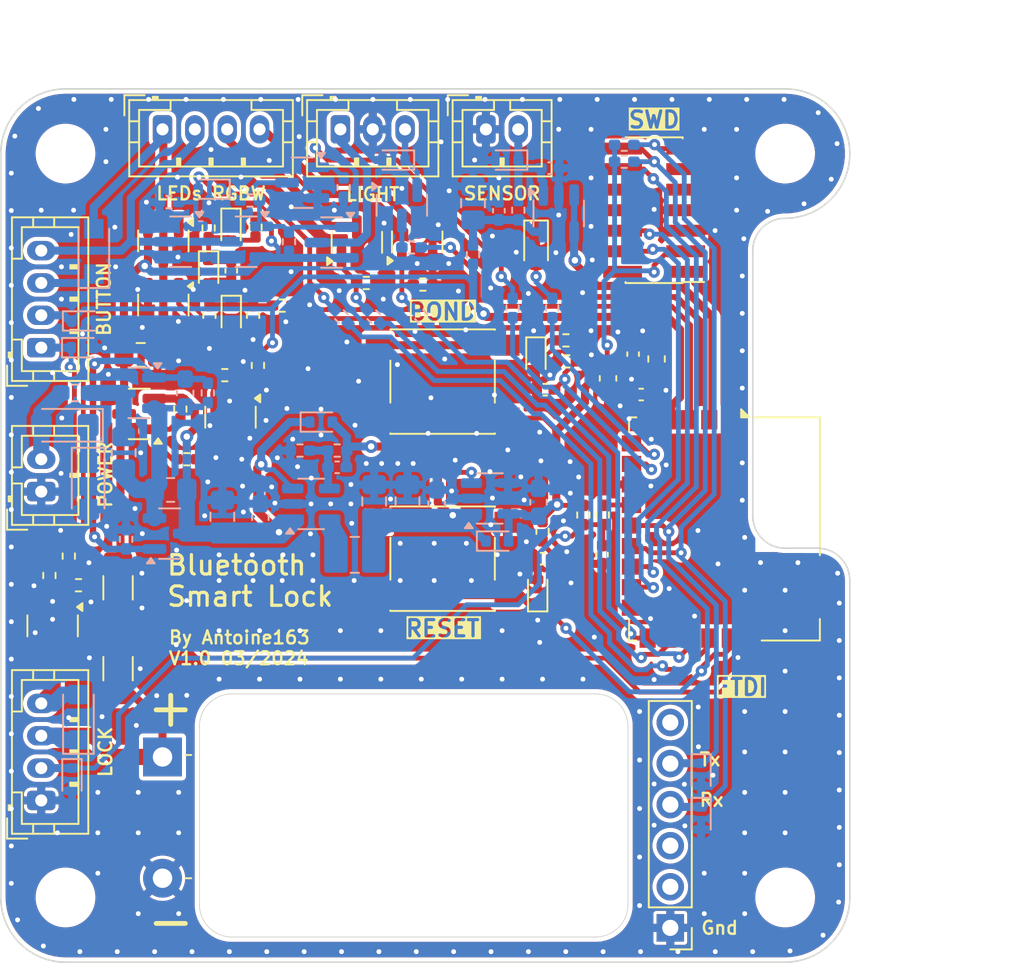
<source format=kicad_pcb>
(kicad_pcb (version 20240108) (generator "pcbnew") (generator_version "8.0")
  (title_block (title "Ble Smart Lock") (date "2024-03-30") (rev "1.0") (company "antoine163"))
  (layers (0 "F.Cu" mixed) (31 "B.Cu" mixed) (34 "B.Paste" user) (35 "F.Paste" user) (36 "B.SilkS" user "B.Silkscreen") (37 "F.SilkS" user "F.Silkscreen") (38 "B.Mask" user) (39 "F.Mask" user) (44 "Edge.Cuts" user))
  (net 0 "")
  (net 1 "GND")
  (net 2 "/Power/3V6")
  (net 3 "Net-(Q1-G)")
  (net 4 "Net-(Q1-S)")
  (net 5 "+3V3")
  (net 6 "+12V")
  (net 7 "Net-(U2-FB)")
  (net 8 "/Bluenrg/M2_~{RESET}")
  (net 9 "/Bluenrg/BOND")
  (net 10 "Net-(U3-VIN)")
  (net 11 "/InOut/POWER_IO_12V")
  (net 12 "/InOut/COIL_P")
  (net 13 "Net-(D12-A)")
  (net 14 "Net-(D17-K)")
  (net 15 "Net-(U4-V+)")
  (net 16 "Net-(D19-K)")
  (net 17 "Net-(D1-A1)")
  (net 18 "Net-(D1-A2)")
  (net 19 "Net-(D20-K)")
  (net 20 "/Bluenrg/UART_TX")
  (net 21 "/Bluenrg/UART_RX")
  (net 22 "/InOut/COIL_N")
  (net 23 "/InOut/EX_LIGHT_CMD")
  (net 24 "Net-(D12-K)")
  (net 25 "Net-(D6-K)")
  (net 26 "/Bluenrg/EN_IO")
  (net 27 "/InOut/AM_LIGHT_12V_W-")
  (net 28 "/InOut/BP_LED_P")
  (net 29 "/InOut/BP_NO")
  (net 30 "Net-(D7-A)")
  (net 31 "Net-(D13-K)")
  (net 32 "Net-(Q1-D)")
  (net 34 "/Bluenrg/M2_SWDIO")
  (net 35 "/Bluenrg/M2_SWDCLK")
  (net 45 "/InOut/AM_LIGHT_POWER")
  (net 46 "/InOut/AM_LIGHT_B_W+")
  (net 47 "/InOut/AM_LIGHT_G")
  (net 48 "/InOut/AM_LIGHT_R")
  (net 49 "Net-(U2-Lx)")
  (net 50 "Net-(Q3-G)")
  (net 51 "Net-(Q3-D)")
  (net 52 "Net-(Q4-G)")
  (net 53 "Net-(Q5-D)")
  (net 54 "Net-(Q6-G)")
  (net 55 "Net-(Q11-G)")
  (net 56 "Net-(Q12-G)")
  (net 57 "Net-(Q13-G)")
  (net 58 "Net-(Q14-G)")
  (net 59 "/Bluenrg/LED")
  (net 60 "Net-(R16-Pad2)")
  (net 61 "/Bluenrg/LIGHT_PWM")
  (net 62 "/Bluenrg/~{LOCK}")
  (net 63 "/Bluenrg/OPENED")
  (net 64 "/Bluenrg/LIGHT_BLUE")
  (net 65 "/Bluenrg/LIGHT_WHITE")
  (net 66 "/Bluenrg/LIGHT_RED")
  (net 67 "/Bluenrg/LIGHT_GREEN")
  (net 71 "/Bluenrg/BRIGHTNESS")
  (net 72 "Net-(D14-A)")
  (net 73 "Net-(D19-A)")
  (footprint "Resistor_SMD:R_1206_3216Metric_Pad1.30x1.75mm_HandSolder" (layer "F.Cu") (at 143.75 112.35 -90)
    (property "Reference" "R22" (hide yes))
    (property "Value" "100R" (hide yes))
  )
  (footprint "Resistor_SMD:R_0402_1005Metric_Pad0.72x0.64mm_HandSolder" (layer "F.Cu") (at 150.35 94.2 180)
    (property "Reference" "R15" (hide yes))
    (property "Value" "100K" (hide yes))
  )
  (footprint "Package_TO_SOT_SMD:SOT-23" (layer "F.Cu") (at 158.5175 85.9875 90)
    (property "Reference" "Q14" (hide yes))
    (property "Value" "NX7002AKA" (hide yes))
  )
  (footprint "Resistor_SMD:R_0402_1005Metric_Pad0.72x0.64mm_HandSolder" (layer "F.Cu") (at 162.6 88.6)
    (property "Reference" "R37" (hide yes))
    (property "Value" "100K" (hide yes))
  )
  (footprint "Resistor_SMD:R_0402_1005Metric_Pad0.72x0.64mm_HandSolder" (layer "F.Cu") (at 152.1 90.5 -90)
    (property "Reference" "R25" (hide yes))
    (property "Value" "100K" (hide yes))
  )
  (footprint "Connector_JST:JST_PH_B4B-PH-K_1x04_P2.00mm_Vertical" (layer "F.Cu") (at 139 92.5 90)
    (property "Reference" "J9" (hide yes))
    (property "Value" "Conn_01x04" (hide yes))
  )
  (footprint "Resistor_SMD:R_0402_1005Metric_Pad0.72x0.64mm_HandSolder" (layer "F.Cu") (at 141.304292 107.191499 180)
    (property "Reference" "R18" (hide yes))
    (property "Value" "1K" (hide yes))
  )
  (footprint "Button_Switch_SMD:SW_SPST_PTS645" (layer "F.Cu") (at 163.82 105.55 180)
    (property "Reference" "SW1" (hide yes))
    (property "Value" "SW_Push" (hide yes))
  )
  (footprint "Connector_JST:JST_PH_B3B-PH-K_1x03_P2.00mm_Vertical" (layer "F.Cu") (at 157.5 79)
    (property "Reference" "J8" (hide yes))
    (property "Value" "Conn_01x03" (hide yes))
  )
  (footprint "AM163:CP_Radial_L25.0mm_D16.0mm_P7.50mm_Horizontal_EdgeCuts" (layer "F.Cu") (at 146.5 121.5)
    (property "Reference" "C15" (hide yes))
    (property "Value" "4700uF" (hide yes))
    (fp_line (start 2.286 5.443786) (end 2.286 -5.588) (stroke (width 0.05)) (layer "Edge.Cuts"))
    (fp_line (start 4.286 -7.588) (end 26.779786 -7.588) (stroke (width 0.05)) (layer "Edge.Cuts"))
    (fp_line (start 26.779786 7.443786) (end 4.286 7.443786) (stroke (width 0.05)) (layer "Edge.Cuts"))
    (fp_line (start 28.779786 -5.588) (end 28.779786 5.443786) (stroke (width 0.05)) (layer "Edge.Cuts"))
    (fp_arc (start 2.286 -5.588) (mid 2.871786 -7.002214) (end 4.286 -7.588) (stroke (width 0.05)) (layer "Edge.Cuts"))
    (fp_arc (start 4.286 7.443786) (mid 2.871791 6.857996) (end 2.286 5.443786) (stroke (width 0.05)) (layer "Edge.Cuts"))
    (fp_arc (start 26.779786 -7.588) (mid 28.194009 -7.002219) (end 28.779786 -5.588) (stroke (width 0.05)) (layer "Edge.Cuts"))
    (fp_arc (start 28.779786 5.443786) (mid 28.193998 6.857998) (end 26.779786 7.443786) (stroke (width 0.05)) (layer "Edge.Cuts"))
  )
  (footprint "Connector_PinHeader_2.54mm:PinHeader_1x06_P2.54mm_Vertical" (layer "F.Cu") (at 177.9 128.379999 180)
    (property "Reference" "J7" (hide yes))
    (property "Value" "Conn_01x06" (hide yes))
  )
  (footprint "Resistor_SMD:R_0402_1005Metric_Pad0.72x0.64mm_HandSolder" (layer "F.Cu") (at 171.4475 92.05)
    (property "Reference" "R8" (hide yes))
    (property "Value" "1K" (hide yes))
  )
  (footprint "Resistor_SMD:R_1206_3216Metric_Pad1.30x1.75mm_HandSolder" (layer "F.Cu") (at 143.75 107.35 -90)
    (property "Reference" "R16" (hide yes))
    (property "Value" "100R" (hide yes))
  )
  (footprint "MountingHole:MountingHole_3.2mm_M3" (layer "F.Cu") (at 140.5 126.5)
    (property "Reference" "H4" (hide yes))
    (property "Value" "MountingHole" (hide yes))
  )
  (footprint "Resistor_SMD:R_0402_1005Metric_Pad0.72x0.64mm_HandSolder" (layer "F.Cu") (at 139.504292 106.588999 -90)
    (property "Reference" "R21" (hide yes))
    (property "Value" "100K" (hide yes))
  )
  (footprint "Package_TO_SOT_SMD:SOT-23" (layer "F.Cu") (at 162.25 85.9625 90)
    (property "Reference" "Q13" (hide yes))
    (property "Value" "NX7002AKA" (hide yes))
  )
  (footprint "Resistor_SMD:R_0402_1005Metric_Pad0.72x0.64mm_HandSolder" (layer "F.Cu") (at 173.72375 102.8475 -90)
    (property "Reference" "R28" (hide yes))
    (property "Value" "1K" (hide yes))
  )
  (footprint "Package_TO_SOT_SMD:SOT-23" (layer "F.Cu") (at 145.0625 96.6 180)
    (property "Reference" "Q4" (hide yes))
    (property "Value" "PMV50UPE" (hide yes))
  )
  (footprint "Resistor_SMD:R_0402_1005Metric_Pad0.72x0.64mm_HandSolder" (layer "F.Cu") (at 152.25 85.05 -90)
    (property "Reference" "R24" (hide yes))
    (property "Value" "470K" (hide yes))
  )
  (footprint "Capacitor_SMD:C_0402_1005Metric_Pad0.74x0.62mm_HandSolder" (layer "F.Cu") (at 170 105.55 180)
    (property "Reference" "C9" (hide yes))
    (property "Value" "10nF" (hide yes))
  )
  (footprint "Connector_JST:JST_PH_B2B-PH-K_1x02_P2.00mm_Vertical" (layer "F.Cu") (at 166.5 79)
    (property "Reference" "J12" (hide yes))
    (property "Value" "Conn_01x02" (hide yes))
  )
  (footprint "Inductor_SMD:L_0603_1608Metric_Pad1.05x0.95mm_HandSolder" (layer "F.Cu") (at 177.05 93.2 -90)
    (property "Reference" "L2" (hide yes))
    (property "Value" "MPZ1608" (hide yes))
  )
  (footprint "Resistor_SMD:R_0402_1005Metric_Pad0.72x0.64mm_HandSolder" (layer "F.Cu") (at 152.4 93.6 -90)
    (property "Reference" "R13" (hide yes))
    (property "Value" "1K" (hide yes))
  )
  (footprint "Resistor_SMD:R_0402_1005Metric_Pad0.72x0.64mm_HandSolder" (layer "F.Cu") (at 140.704292 105.391499 -90)
    (property "Reference" "R20" (hide yes))
    (property "Value" "10K" (hide yes))
  )
  (footprint "Capacitor_SMD:C_0402_1005Metric_Pad0.74x0.62mm_HandSolder" (layer "F.Cu") (at 176.1 95.4 180)
    (property "Reference" "C13" (hide yes))
    (property "Value" "100nF" (hide yes))
  )
  (footprint "Diode_SMD:D_SOD-523" (layer "F.Cu") (at 150.73409 85.15659 -90)
    (property "Reference" "D13" (hide yes))
    (property "Value" "RB501SM-30FH" (hide yes))
  )
  (footprint "Resistor_SMD:R_0402_1005Metric_Pad0.72x0.64mm_HandSolder" (layer "F.Cu") (at 159.1 88.5)
    (property "Reference" "R39" (hide yes))
    (property "Value" "100K" (hide yes))
  )
  (footprint "Diode_SMD:D_SOD-523" (layer "F.Cu") (at 169.59068 93.1225 -90)
    (property "Reference" "D6" (hide yes))
    (property "Value" "ESD5Z3.3T1G " (hide yes))
  )
  (footprint "Resistor_SMD:R_0402_1005Metric_Pad0.72x0.64mm_HandSolder" (layer "F.Cu") (at 171.5 93.35 180)
    (property "Reference" "R9" (hide yes))
    (property "Value" "100K" (hide yes))
  )
  (footprint "Package_TO_SOT_SMD:SOT-23" (layer "F.Cu") (at 150.7025 96.8 -90)
    (property "Reference" "Q3" (hide yes))
    (property "Value" "NX7002AKA" (hide yes))
  )
  (footprint "Resistor_SMD:R_0402_1005Metric_Pad0.72x0.64mm_HandSolder" (layer "F.Cu") (at 172.52375 102.85 90)
    (property "Reference" "R29" (hide yes))
    (property "Value" "100K" (hide yes))
  )
  (footprint "Package_TO_SOT_SMD:SOT-23" (layer "F.Cu") (at 146.55 85.9 -90)
    (property "Reference" "Q7" (hide yes))
    (property "Value" "PMV50UPE" (hide yes))
  )
  (footprint "Resistor_SMD:R_0402_1005Metric_Pad0.72x0.64mm_HandSolder" (layer "F.Cu") (at 170 103.85 -90)
    (property "Reference" "R7" (hide yes))
    (property "Value" "47K" (hide yes))
  )
  (footprint "Package_TO_SOT_SMD:SOT-23" (layer "F.Cu") (at 146.55 89.862499 -90)
    (property "Reference" "Q8" (hide yes))
    (property "Value" "NX7002AKA" (hide yes))
  )
  (footprint "MountingHole:MountingHole_3.2mm_M3" (layer "F.Cu") (at 185 126.5)
    (property "Reference" "H3" (hide yes))
    (property "Value" "MountingHole" (hide yes))
  )
  (footprint "Capacitor_SMD:C_0805_2012Metric_Pad1.18x1.45mm_HandSolder" (layer "F.Cu") (at 145.15 92.95)
    (property "Reference" "C14" (hide yes))
    (property "Value" "10uF" (hide yes))
  )
  (footprint "MountingHole:MountingHole_3.2mm_M3" (layer "F.Cu") (at 140.5 80.5)
    (property "Reference" "H1" (hide yes))
    (property "Value" "MountingHole" (hide yes))
  )
  (footprint "Package_TO_SOT_SMD:SOT-23" (layer "F.Cu") (at 139.704292 109.703999 -90)
    (property "Reference" "Q6" (hide yes))
    (property "Value" "PMV52ENEA" (hide yes))
  )
  (footprint "Capacitor_SMD:C_0402_1005Metric_Pad0.74x0.62mm_HandSolder" (layer "F.Cu") (at 150.75 87.75 -90)
    (property "Reference" "C16" (hide yes))
    (property "Value" "10nF" (hide yes))
  )
  (footprint "MountingHole:MountingHole_3.2mm_M3" (layer "F.Cu") (at 185 80.5)
    (property "Reference" "H2" (hide yes))
    (property "Value" "MountingHole" (hide yes))
  )
  (footprint "Button_Switch_SMD:SW_SPST_PTS645" (layer "F.Cu") (at 163.82 94.6 180)
    (property "Reference" "SW2" (hide yes))
    (property "Value" "SW_Push" (hide yes))
  )
  (footprint "Connector_JST:JST_PH_B2B-PH-K_1x02_P2.00mm_Vertical" (layer "F.Cu") (at 139 101.4 90)
    (property "Reference" "J1" (hide yes))
    (property "Value" "Conn_01x02" (hide yes))
  )
  (footprint "Diode_SMD:D_SOD-523" (layer "F.Cu") (at 169.7 107.55 90)
    (property "Reference" "D5" (hide yes))
    (property "Value" "ESD5Z3.3T1G " (hide yes))
  )
  (footprint "Capacitor_SMD:C_0603_1608Metric_Pad1.08x0.95mm_HandSolder" (layer "F.Cu") (at 174.05 94.4 -90)
    (property "Reference" "C11" (hide yes))
    (property "Value" "2.2uF" (hide yes))
  )
  (footprint "Connector_JST:JST_PH_B4B-PH-K_1x04_P2.00mm_Vertical" (layer "F.Cu") (at 146.5 79)
    (property "Reference" "J11" (hide yes))
    (property "Value" "Conn_01x04" (hide yes))
  )
  (footprint "Connector_JST:JST_PH_B4B-PH-K_1x04_P2.00mm_Vertical" (layer "F.Cu") (at 139 120.5 90)
    (property "Reference" "J10" (hide yes))
    (property "Value" "Conn_01x04" (hide yes))
  )
  (footprint "LED_SMD:LED_0603_1608Metric_Pad1.05x0.95mm_HandSolder" (layer "F.Cu") (at 169.6 86.3 -90)
    (property "Reference" "D7" (hide yes))
    (property "Value" "LED" (hide yes))
  )
  (footprint "Diode_SMD:D_SOD-523" (layer "F.Cu") (at 149.35 87.8 -90)
    (property "Reference" "D12" (hide yes))
    (property "Value" "EDZVT2R9.1B" (hide yes))
  )
  (footprint "Connector_PinHeader_1.27mm:PinHeader_2x07_P1.27mm_Vertical_SMD" (layer "F.Cu") (at 176.9 84 180)
    (property "Reference" "J6" (hide yes))
    (property "Value" "Conn_ST_STDC14" (hide yes))
  )
  (footprint "Resistor_SMD:R_0402_1005Metric_Pad0.72x0.64mm_HandSolder" (layer "F.Cu") (at 147.9975 99.4)
    (property "Reference" "R19" (hide yes))
    (property "Value" "100K" (hide yes))
  )
  (footprint "Capacitor_SMD:C_0402_1005Metric_Pad0.74x0.62mm_HandSolder" (layer "F.Cu") (at 175.6 92.9 -90)
    (property "Reference" "C12" (hide yes))
    (property "Value" "100nF" (hide yes))
  )
  (footprint "Capacitor_SMD:C_0402_1005Metric_Pad0.74x0.62mm_HandSolder" (layer "F.Cu") (at 173.67375 105.3 -90)
    (property "Reference" "C17" (hide yes))
    (property "Value" "100nF" (hide yes))
  )
  (footprint "Resistor_SMD:R_0402_1005Metric_Pad0.72x0.64mm_HandSolder" (layer "F.Cu") (at 147.6 96.2975 -90)
    (property "Reference" "R14" (hide yes))
    (property "Value" "100K" (hide yes))
  )
  (footprint "Resistor_SMD:R_0402_1005Metric_Pad0.72x0.64mm_HandSolder" (layer "F.Cu") (at 153.9 89.9 180)
    (property "Reference" "R23" (hide yes))
    (property "Value" "1K" (hide yes))
  )
  (footprint "Resistor_SMD:R_0402_1005Metric_Pad0.72x0.64mm_HandSolder" (layer "F.Cu") (at 149.4 90.5 -90)
    (property "Reference" "R27" (hide yes))
    (property "Value" "470K" (hide yes))
  )
  (footprint "Diode_SMD:D_SOD-523" (layer "F.Cu") (at 150.75 90.55 -90)
    (property "Reference" "D14" (hide yes))
    (property "Value" "RB501SM-30FH" (hide yes))
  )
  (footprint "Resistor_SMD:R_0402_1005Metric_Pad0.72x0.64mm_HandSolder" (layer "F.Cu") (at 149.35 85.1 90)
    (property "Reference" "R26" (hide yes))
    (property "Value" "0R" (hide yes))
  )
  (footprint "AM163:BLUENRG-M2SA" (layer "F.Cu") (at 180.31 108.58 -90)
    (property "Reference" "U3" (hide yes))
    (property "Value" "BLUENRG-M2SA" (hide yes))
  )
  (footprint "Capacitor_SMD:C_0402_1005Metric_Pad0.74x0.62mm_HandSolder" (layer "F.Cu") (at 170.1675 95.1 180)
    (property "Reference" "C10" (hide yes))
    (property "Value" "100nF" (hide yes))
  )
  (footprint "Resistor_SMD:R_0805_2012Metric_Pad1.20x1.40mm_HandSolder" (layer "B.Cu") (at 144.1 99 -90)
    (property "Reference" "R1" (hide yes))
    (property "Value" "0R" (hide yes))
  )
  (footprint "Diode_SMD:D_SOD-523" (layer "B.Cu") (at 156.3 97.1)
    (property "Reference" "D4" (hide yes))
    (property "Value" "RB501SM-30FH" (hide yes))
  )
  (footprint "Diode_SMD:D_SMF" (layer "B.Cu") (at 140.45 97.3 180)
    (property "Reference" "D1" (hide yes))
    (property "Value" "SMF12A" (hide yes))
  )
  (footprint "Package_TO_SOT_SMD:SOT-23" (layer "B.Cu") (at 155.137501 82.3 180)
    (property "Reference" "Q12" (hide yes))
    (property "Value" "NX7002AKA" (hide yes))
  )
  (footprint "Capacitor_SMD:C_0402_1005Metric_Pad0.74x0.62mm_HandSolder" (layer "B.Cu") (at 157.3 99.9 180)
    (property "Reference" "C6" (hide yes))
    (property "Value" "15pF" (hide yes))
  )
  (footprint "Diode_SMD:D_SOD-523" (layer "B.Cu") (at 167.8 80.9 180)
    (property "Reference" "D20" (hide yes))
    (property "Value" "ESD5Z3.3T1G " (hide yes))
  )
  (footprint "Capacitor_SMD:C_0805_2012Metric_Pad1.18x1.45mm_HandSolder" (layer "B.Cu") (at 159.587498 102.0125 90)
    (property "Reference" "C7" (hide yes))
    (property "Value" "10uF" (hide yes))
  )
  (footprint "Resistor_SMD:R_0402_1005Metric_Pad0.72x0.64mm_HandSolder" (layer "B.Cu") (at 157.555008 90.577504 135)
    (property "Reference" "R33" (hide yes))
    (property "Value" "1K" (hide yes))
  )
  (footprint "Diode_SMD:D_SOD-523" (layer "B.Cu") (at 179.8 118.9 -90)
    (property "Reference" "D8" (hide yes))
    (property "Value" "ESD5Z3.3T1G " (hide yes))
  )
  (footprint "Capacitor_SMD:C_0603_1608Metric_Pad1.08x0.95mm_HandSolder" (layer "B.Cu") (at 169.75 102.0625 90)
    (property "Reference" "C3" (hide yes))
    (property "Value" "1uF" (hide yes))
  )
  (footprint "Resistor_SMD:R_0805_2012Metric_Pad1.20x1.40mm_HandSolder" (layer "B.Cu") (at 147 101.3)
    (property "Reference" "R4" (hide yes))
    (property "Value" "0R" (hide yes))
  )
  (footprint "Package_TO_SOT_SMD:SOT-23" (layer "B.Cu") (at 145.0375 95.3 180)
    (property "Reference" "Q1" (hide yes))
    (property "Value" "PMV50UPE" (hide yes))
  )
  (footprint "Resistor_SMD:R_0402_1005Metric_Pad0.72x0.64mm_HandSolder" (layer "B.Cu") (at 168.5 84.0025 90)
    (property "Reference" "R41" (hide yes))
    (property "Value" "160K" (hide yes))
  )
  (footprint "Diode_SMD:D_SOD-523" (layer "B.Cu") (at 141.6 90.85)
    (property "Reference" "D15" (hide yes))
    (property "Value" "ESD5Z3.3T1G " (hide yes))
  )
  (footprint "Capacitor_SMD:C_0603_1608Metric_Pad1.08x0.95mm_HandSolder" (layer "B.Cu") (at 147.9 95.3 90)
    (property "Reference" "C2" (hide yes))
    (property "Value" "470nF" (hide yes))
  )
  (footprint "Diode_SMD:D_SOD-523" (layer "B.Cu") (at 179.8 121.6 -90)
    (property "Reference" "D9" (hide yes))
    (property "Value" "ESD5Z3.3T1G " (hide yes))
  )
  (footprint "Resistor_SMD:R_0402_1005Metric_Pad0.72x0.64mm_HandSolder" (layer "B.Cu") (at 168.15 90.05 90)
    (property "Reference" "R36" (hide yes))
    (property "Value" "1K" (hide yes))
  )
  (footprint "Resistor_SMD:R_0402_1005Metric_Pad0.72x0.64mm_HandSolder" (layer "B.Cu") (at 151.9 83.4 180)
    (property "Reference" "R31" (hide yes))
    (property "Value" "100K" (hide yes))
  )
  (footprint "Inductor_SMD:L_1008_2520Metric_Pad1.43x2.20mm_HandSolder" (layer "B.Cu") (at 158.387499 105.3125)
    (property "Reference" "L1" (hide yes))
    (property "Value" "10uH" (hide yes))
  )
  (footprint "Resistor_SMD:R_0402_1005Metric_Pad0.72x0.64mm_HandSolder" (layer "B.Cu") (at 165.7 86.7475 90)
    (property "Reference" "R34" (hide yes))
    (property "Value" "1K" (hide yes))
  )
  (footprint "Resistor_SMD:R_0402_1005Metric_Pad0.72x0.64mm_HandSolder" (layer "B.Cu") (at 149.3 95.3 90)
    (property "Reference" "R2" (hide yes))
    (property "Value" "100K" (hide yes))
  )
  (footprint "Diode_SMD:D_SMF" (layer "B.Cu") (at 141.9 101.05 -90)
    (property "Reference" "D2" (hide yes))
    (property "Value" "SMF12A" (hide yes))
  )
  (footprint "Package_TO_SOT_SMD:SOT-23-5" (layer "B.Cu") (at 171 84.2 -90)
    (property "Reference" "U4" (hide yes))
    (property "Value" "LMV611" (hide yes))
  )
  (footprint "Diode_SMD:D_SOD-523" (layer "B.Cu") (at 160.8 80.9 180)
    (property "Reference" "D11" (hide yes))
    (property "Value" "ESD5Z3.3T1G " (hide yes))
  )
  (footprint "Resistor_SMD:R_0402_1005Metric_Pad0.72x0.64mm_HandSolder" (layer "B.Cu") (at 175.0525 81)
    (property "Reference" "R11" (hide yes))
    (property "Value" "10K" (hide yes))
  )
  (footprint "Resistor_SMD:R_0402_1005Metric_Pad0.72x0.64mm_HandSolder" (layer "B.Cu") (at 159.555008 90.577504 -45)
    (property "Reference" "R40" (hide yes))
    (property "Value" "1K" (hide yes))
  )
  (footprint "Resistor_SMD:R_0402_1005Metric_Pad0.72x0.64mm_HandSolder" (layer "B.Cu") (at 157.3 98.8625 180)
    (property "Reference" "R5" (hide yes))
    (property "Value" "910K" (hide yes))
  )
  (footprint "Capacitor_SMD:C_0805_2012Metric_Pad1.18x1.45mm_HandSolder" (layer "B.Cu") (at 150.2 102.9625 90)
    (property "Reference" "C4" (hide yes))
    (property "Value" "10uF" (hide yes))
  )
  (footprint "Resistor_SMD:R_0402_1005Metric_Pad0.72x0.64mm_HandSolder" (layer "B.Cu") (at 155 98.8625 180)
    (property "Reference" "R6" (hide yes))
    (property "Value" "240K" (hide yes))
  )
  (footprint "Resistor_SMD:R_0402_1005Metric_Pad0.72x0.64mm_HandSolder" (layer "B.Cu") (at 157.7 82.6 -90)
    (property "Reference" "R35" (hide yes))
    (property "Value" "100K" (hide yes))
  )
  (footprint "Capacitor_SMD:C_0603_1608Metric_Pad1.08x0.95mm_HandSolder" (layer "B.Cu") (at 163.45 102.1625 -90)
    (property "Reference" "C1" (hide yes))
    (property "Value" "1uF" (hide yes))
  )
  (footprint "Capacitor_SMD:C_0402_1005Metric_Pad0.74x0.62mm_HandSolder" (layer "B.Cu") (at 167.3 84.0325 90)
    (property "Reference" "C19" (hide yes))
    (property "Value" "100nF" (hide yes))
  )
  (footprint "Package_TO_SOT_SMD:SOT-23" (layer "B.Cu") (at 151.670946 85.95 180)
    (property "Reference" "Q9" (hide yes))
    (property "Value" "PMV50UPE" (hide yes))
  )
  (footprint "Diode_SMD:D_SOD-523" (layer "B.Cu") (at 140.9 119.2 -90)
    (property "Reference" "D17" (hide yes))
    (property "Value" "ESD5Z3.3T1G" (hide yes))
  )
  (footprint "Resistor_SMD:R_0402_1005Metric_Pad0.72x0.64mm_HandSolder" (layer "B.Cu") (at 144.25 104.35 90)
    (property "Reference" "R3" (hide yes))
    (property "Value" "470K" (hide yes))
  )
  (footprint "Package_TO_SOT_SMD:SOT-23-5" (layer "B.Cu") (at 166.7375 101.825)
    (property "Reference" "U1" (hide yes))
    (property "Value" "RT9086" (hide yes))
  )
  (footprint "Resistor_SMD:R_0402_1005Metric_Pad0.72x0.64mm_HandSolder" (layer "B.Cu") (at 175.0525 79.95)
    (property "Reference" "R12" (hide yes))
    (property "Value" "10K" (hide yes))
  )
  (footprint "Diode_SMD:Nexperia_CFP3_SOD-123W" (layer "B.Cu") (at 141.3 115.355 90)
    (property "Reference" "D10" (hide yes))
    (property "Value" "PMEG40T10ER" (hide yes))
  )
  (footprint "Capacitor_SMD:C_0402_1005Metric_Pad0.74x0.62mm_HandSolder" (layer "B.Cu") (at 170.4675 81.4)
    (property "Reference" "C20" (hide yes))
    (property "Value" "100nF" (hide yes))
  )
  (footprint "Package_TO_SOT_SMD:SOT-23" (layer "B.Cu") (at 161.3 83.7 -90)
    (property "Reference" "Q5" (hide yes))
    (property "Value" "NX7002AKA" (hide yes))
  )
  (footprint "Resistor_SMD:R_0402_1005Metric_Pad0.72x0.64mm_HandSolder" (layer "B.Cu") (at 170.6 90.05 90)
    (property "Reference" "R10" (hide yes))
    (property "Value" "1K" (hide yes))
  )
  (footprint "Resistor_SMD:R_0402_1005Metric_Pad0.72x0.64mm_HandSolder" (layer "B.Cu") (at 154.320946 85.95 90)
    (property "Reference" "R30" (hide yes))
    (property "Value" "100K" (hide yes))
  )
  (footprint "Resistor_SMD:R_0402_1005Metric_Pad0.72x0.64mm_HandSolder" (layer "B.Cu") (at 146.9 83.5 180)
    (property "Reference" "R32" (hide yes))
    (property "Value" "100K" (hide yes))
  )
  (footprint "Capacitor_SMD:C_0805_2012Metric_Pad1.18x1.45mm_HandSolder" (layer "B.Cu") (at 165.7 83.5625 90)
    (property "Reference" "C18" (hide yes))
    (property "Value" "10uF" (hide yes))
  )
  (footprint "Package_TO_SOT_SMD:SOT-23" (layer "B.Cu") (at 147.620946 85.95 180)
    (property "Reference" "Q10" (hide yes))
    (property "Value" "NX7002AKA" (hide yes))
  )
  (footprint "Diode_SMD:D_SOD-523" (layer "B.Cu") (at 167.2 104.4625)
    (property "Reference" "D3" (hide yes))
    (property "Value" "RB501SM-30FH" (hide yes))
  )
  (footprint "Diode_SMD:Nexperia_CFP3_SOD-123W" (layer "B.Cu") (at 142.25 86.55 90)
    (property "Reference" "D16" (hide yes))
    (property "Value" "PMEG40T10ER" (hide yes))
  )
  (footprint "Package_TO_SOT_SMD:SOT-23-5" (layer "B.Cu") (at 155.687498 102.162499)
    (property "Reference" "U2" (hide yes))
    (property "Value" "XC9264b755" (hide yes))
  )
  (footprint "Inductor_SMD:L_0603_1608Metric_Pad1.05x0.95mm_HandSolder" (layer "B.Cu") (at 141.1 95.3)
    (property "Reference" "F1" (hide yes))
    (property "Value" "1A" (hide yes))
  )
  (footprint "Diode_SMD:D_SOD-523" (layer "B.Cu") (at 141.545 92.5)
    (property "Reference" "D18" (hide yes))
    (property "Value" "ESD5Z3.3T1G " (hide yes))
  )
  (footprint "Capacitor_SMD:C_0603_1608Metric_Pad1.08x0.95mm_HandSolder" (layer "B.Cu") (at 152.55 103.0125 90)
    (property "Reference" "C5" (hide yes))
    (property "Value" "2.2uF" (hide yes))
  )
  (footprint "Diode_SMD:D_SOD-523" (layer "B.Cu") (at 149.4 82.7 180)
    (property "Reference" "D19" (hide yes))
    (property "Value" "RB501SM-30FH" (hide yes))
  )
  (footprint "Resistor_SMD:R_0402_1005Metric_Pad0.72x0.64mm_HandSolder" (layer "B.Cu") (at 161.8975 86.3 180)
    (property "Reference" "R17" (hide yes))
    (property "Value" "1K" (hide yes))
  )
  (footprint "Package_TO_SOT_SMD:SOT-23" (layer "B.Cu") (at 146.9375 104)
    (property "Reference" "Q2" (hide yes))
    (property "Value" "PMV50UPE" (hide yes))
  )
  (footprint "Resistor_SMD:R_0402_1005Metric_Pad0.72x0.64mm_HandSolder" (layer "B.Cu") (at 162.5 90.577504 135)
    (property "Reference" "R38" (hide yes))
    (property "Value" "1K" (hide yes))
  )
  (footprint "Capacitor_SMD:C_0805_2012Metric_Pad1.18x1.45mm_HandSolder" (layer "B.Cu") (at 161.65 102.012499 90)
    (property "Reference" "C8" (hide yes))
    (property "Value" "10uF" (hide yes))
  )
  (footprint "Package_TO_SOT_SMD:SOT-23" (layer "B.Cu") (at 156.958447 86 180)
    (property "Reference" "Q11" (hide yes))
    (property "Value" "PMV50UPE" (hide yes))
  )
  (gr_line (start 185 130.5) (end 140.5 130.5) (stroke (width 0.1)) (layer "Edge.Cuts"))
  (gr_arc (start 183 86.5) (mid 183.585786 85.085786) (end 185 84.5) (stroke (width 0.1)) (layer "Edge.Cuts"))
  (gr_arc (start 185 104.9) (mid 183.585786 104.314214) (end 183 102.9) (stroke (width 0.1)) (layer "Edge.Cuts"))
  (gr_line (start 140.5 76.5) (end 185 76.5) (stroke (width 0.1)) (layer "Edge.Cuts"))
  (gr_arc (start 189 126.5) (mid 187.828427 129.328427) (end 185 130.5) (stroke (width 0.1)) (layer "Edge.Cuts"))
  (gr_arc (start 140.5 130.5) (mid 137.671573 129.328427) (end 136.5 126.5) (stroke (width 0.1)) (layer "Edge.Cuts"))
  (gr_arc (start 136.5 80.5) (mid 137.671573 77.671573) (end 140.5 76.5) (stroke (width 0.1)) (layer "Edge.Cuts"))
  (gr_line (start 189 106.9) (end 189 126.5) (stroke (width 0.1)) (layer "Edge.Cuts"))
  (gr_line (start 136.5 126.5) (end 136.5 80.5) (stroke (width 0.1)) (layer "Edge.Cuts"))
  (gr_arc (start 185 76.5) (mid 189 80.5) (end 185 84.5) (stroke (width 0.1)) (layer "Edge.Cuts"))
  (gr_line (start 183 102.9) (end 183 86.5) (stroke (width 0.1)) (layer "Edge.Cuts"))
  (gr_arc (start 187 104.9) (mid 188.414214 105.485786) (end 189 106.9) (stroke (width 0.1)) (layer "Edge.Cuts"))
  (gr_line (start 187 104.9) (end 185 104.9) (stroke (width 0.1)) (layer "Edge.Cuts"))
  (gr_text "BOND" (at 163.82 90.87 0) (layer "F.SilkS" knockout) (effects (font (size 1 1) (thickness 0.2) (bold yes)) (justify bottom)))
  (gr_text "Gnd" (at 179.73 128.379999 0) (layer "F.SilkS") (effects (font (size 0.8 0.8) (thickness 0.15) (bold yes)) (justify left)))
  (gr_text "LEDs RGBW" (at 149.5 82.5 0) (layer "F.SilkS") (effects (font (size 0.8 0.8) (thickness 0.15) (bold yes)) (justify top)))
  (gr_text "SWD" (at 176.9 78.995 0) (layer "F.SilkS" knockout) (effects (font (size 1 1) (thickness 0.2) (bold yes)) (justify bottom)))
  (gr_text "LOCK" (at 142.5 117.5 90) (layer "F.SilkS") (effects (font (size 0.8 0.8) (thickness 0.15) (bold yes)) (justify top)))
  (gr_text "FTDI" (at 182.3 113.5 0) (layer "F.SilkS" knockout) (effects (font (size 1 1) (thickness 0.2) (bold yes))))
  (gr_text "BUTTON" (at 142.41 89.5 90) (layer "F.SilkS") (effects (font (size 0.8 0.8) (thickness 0.15) (bold yes)) (justify top)))
  (gr_text "LIGHT" (at 159.5 82.55 0) (layer "F.SilkS") (effects (font (size 0.8 0.8) (thickness 0.15) (bold yes)) (justify top)))
  (gr_text "SENSOR" (at 167.5 82.5 0) (layer "F.SilkS") (effects (font (size 0.8 0.8) (thickness 0.15) (bold yes)) (justify top)))
  (gr_text "RESET" (at 163.82 109.28 0) (layer "F.SilkS" knockout) (effects (font (size 1 1) (thickness 0.2) (bold yes)) (justify top)))
  (gr_text "Rx" (at 179.63 120.470001 0) (layer "F.SilkS") (effects (font (size 0.8 0.8) (thickness 0.15) (bold yes)) (justify left)))
  (gr_text "By Antoine163\nV1.0 03/2024" (at 146.81 111.07 0) (layer "F.SilkS") (effects (font (size 0.8 0.8) (thickness 0.15) (bold yes)) (justify left)))
  (gr_text "Tx" (at 179.63 117.970001 0) (layer "F.SilkS") (effects (font (size 0.8 0.8) (thickness 0.15) (bold yes)) (justify left)))
  (gr_text "POWER" (at 142.5 100.35 90) (layer "F.SilkS") (effects (font (size 0.8 0.8) (thickness 0.15) (bold yes)) (justify top)))
  (gr_text "Bluetooth\nSmart Lock" (at 146.67 106.92 0) (layer "F.SilkS") (effects (font (size 1.2 1.2) (thickness 0.2) (bold yes)) (justify left)))
  (via (at 163.1 95.6) (size 0.7) (drill 0.3) (layers "F.Cu" "B.Cu") (net 1))
  (via (at 187.344504 128.831262) (size 0.7) (drill 0.3) (layers "F.Cu" "B.Cu") (net 1))
  (via (at 172.234 100.5) (size 0.7) (drill 0.3) (layers "F.Cu" "B.Cu") (net 1))
  (via (at 155.5 93.8) (size 0.7) (drill 0.3) (layers "F.Cu" "B.Cu") (net 1))
  (via (at 180 79) (size 0.7) (drill 0.3) (layers "F.Cu" "B.Cu") (net 1))
  (via (at 177.83 107.4) (size 0.7) (drill 0.3) (layers "F.Cu" "B.Cu") (net 1))
  (via (at 171.76 107.05) (size 0.7) (drill 0.3) (layers "F.Cu" "B.Cu") (net 1))
  (via (at 160.6 101.8625) (size 0.7) (drill 0.3) (layers "F.Cu" "B.Cu") (net 1))
  (via (at 176.677681 109.256359) (size 0.7) (drill 0.3) (layers "F.Cu" "B.Cu") (net 1))
  (via (at 142.5 120) (size 0.7) (drill 0.3) (layers "F.Cu" "B.Cu") (net 1))
  (via (at 171.71699 101.4985) (size 0.7) (drill 0.3) (layers "F.Cu" "B.Cu") (net 1))
  (via (at 148.403999 88.9) (size 0.7) (drill 0.3) (layers "F.Cu" "B.Cu") (net 1))
  (via (at 145.25 104) (size 0.7) (drill 0.3) (layers "F.Cu" "B.Cu") (net 1))
  (via (at 171 79) (size 0.7) (drill 0.3) (layers "F.Cu" "B.Cu") (net 1))
  (via (at 173.2 110.4) (size 0.7) (drill 0.3) (layers "F.Cu" "B.Cu") (net 1))
  (via (at 163.3 106.9) (size 0.7) (drill 0.3) (layers "F.Cu" "B.Cu") (net 1))
  (via (at 160.05 99.6625) (size 0.7) (drill 0.3) (layers "F.Cu" "B.Cu") (net 1))
  (via (at 169.126075 129.85) (size 0.7) (drill 0.3) (layers "F.Cu" "B.Cu") (net 1))
  (via (at 162.25 87.3) (size 0.7) (drill 0.3) (layers "F.Cu" "B.Cu") (net 1))
  (via (at 151.35 81.95) (size 0.7) (drill 0.3) (layers "F.Cu" "B.Cu") (net 1))
  (via (at 140.7 115.38) (size 0.7) (drill 0.3) (layers "F.Cu" "B.Cu") (net 1))
  (via (at 185.302876 129.803864) (size 0.7) (drill 0.3) (layers "F.Cu" "B.Cu") (net 1))
  (via (at 166.8 103.45) (size 0.7) (drill 0.3) (layers "F.Cu" "B.Cu") (net 1))
  (via (at 149.4 92.55) (size 0.7) (drill 0.3) (layers "F.Cu" "B.Cu") (net 1))
  (via (at 180.85 105.87) (size 0.7) (drill 0.3) (layers "F.Cu" "B.Cu") (net 1))
  (via (at 149.104 102.896) (size 0.7) (drill 0.3) (layers "F.Cu" "B.Cu") (net 1))
  (via (at 167.3 82) (size 0.7) (drill 0.3) (layers "F.Cu" "B.Cu") (net 1))
  (via (at 159.510115 77.15) (size 0.7) (drill 0.3) (layers "F.Cu" "B.Cu") (net 1))
  (via (at 169.45 91.454) (size 0.7) (drill 0.3) (layers "F.Cu" "B.Cu") (net 1))
  (via (at 185 122.5) (size 0.7) (drill 0.3) (layers "F.Cu" "B.Cu") (net 1))
  (via (at 178.001387 77.15) (size 0.7) (drill 0.3) (layers "F.Cu" "B.Cu") (net 1))
  (via (at 169.9 99.5) (size 0.7) (drill 0.3) (layers "F.Cu" "B.Cu") (net 1))
  (via (at 188.35 117.543011) (size 0.7) (drill 0.3) (layers "F.Cu" "B.Cu") (net 1))
  (via (at 167.5 113) (size 0.7) (drill 0.3) (layers "F.Cu" "B.Cu") (net 1))
  (via (at 164.6 99.4585) (size 0.7) (drill 0.3) (layers "F.Cu" "B.Cu") (net 1))
  (via (at 171.06716 77.15) (size 0.7) (drill 0.3) (layers "F.Cu" "B.Cu") (net 1))
  (via (at 183.479673 105.790696) (size 0.7) (drill 0.3) (layers "F.Cu" "B.Cu") (net 1))
  (via (at 137.15 84.020738) (size 0.7) (drill 0.3) (layers "F.Cu" "B.Cu") (net 1))
  (via (at 153.25 101.1125) (size 0.7) (drill 0.3) (layers "F.Cu" "B.Cu") (net 1))
  (via (at 173 91.454) (size 0.7) (drill 0.3) (layers "F.Cu" "B.Cu") (net 1))
  (via (at 182.5 104.234985) (size 0.7) (drill 0.3) (layers "F.Cu" "B.Cu") (net 1))
  (via (at 147.99 108.14) (size 0.7) (drill 0.3) (layers "F.Cu" "B.Cu") (net 1))
  (via (at 137.15 111.757646) (size 0.7) (drill 0.3) (layers "F.Cu" "B.Cu") (net 1))
  (via (at 177.644526 99.752718) (size 0.7) (drill 0.3) (layers "F.Cu" "B.Cu") (net 1))
  (via (at 150 105.3125) (size 0.7) (drill 0.3) (layers "F.Cu" "B.Cu") (net 1))
  (via (at 150.65 95.8) (size 0.7) (drill 0.3) (layers "F.Cu" "B.Cu") (net 1))
  (via (at 176.9 83.95) (size 0.7) (drill 0.3) (layers "F.Cu" "B.Cu") (net 1))
  (via (at 147.48 90.88) (size 0.7) (drill 0.3) (layers "F.Cu" "B.Cu") (net 1))
  (via (at 151.9 98.1) (size 0.7) (drill 0.3) (layers "F.Cu" "B.Cu") (net 1))
  (via (at 179.4 109.1) (size 0.7) (drill 0.3) (layers "F.Cu" "B.Cu") (net 1))
  (via (at 147.5 122.5) (size 0.7) (drill 0.3) (layers "F.Cu" "B.Cu") (net 1))
  (via (at 155.687498 102.162499) (size 0.7) (drill 0.3) (layers "F.Cu" "B.Cu") (net 1))
  (via (at 167.85 98.825) (size 0.7) (drill 0.3) (layers "F.Cu" "B.Cu") (net 1))
  (via (at 171.704 99.55) (size 0.7) (drill 0.3) (layers "F.Cu" "B.Cu") (net 1))
  (via (at 164.8 89) (size 0.7) (drill 0.3) (layers "F.Cu" "B.Cu") (net 1))
  (via (at 173.019662 92.942541) (size 0.7) (drill 0.3) (layers "F.Cu" "B.Cu") (net 1))
  (via (at 166.75 100.1625) (size 0.7) (drill 0.3) (layers "F.Cu" "B.Cu") (net 1))
  (via (at 185 112.5) (size 0.7) (drill 0.3) (layers "F.Cu" "B.Cu") (net 1))
  (via (at 162 99.6625) (size 0.7) (drill 0.3) (layers "F.Cu" "B.Cu") (net 1))
  (via (at 148 114) (size 0.7) (drill 0.3) (layers "F.Cu" "B.Cu") (net 1))
  (via (at 161.2 106.9) (size 0.7) (drill 0.3) (layers "F.Cu" "B.Cu") (net 1))
  (via (at 161.025 93.55) (size 0.7) (drill 0.3) (layers "F.Cu" "B.Cu") (net 1))
  (via (at 169.7 109.35) (size 0.7) (drill 0.3) (layers "F.Cu" "B.Cu") (net 1))
  (via (at 178.371711 129.85) (size 0.7) (drill 0.3) (layers "F.Cu" "B.Cu") (net 1))
  (via (at 182 79) (size 0.7) (drill 0.3) (layers "F.Cu" "B.Cu") (net 1))
  (via (at 143.15 94.15) (size 0.7) (drill 0.3) (layers "F.Cu" "B.Cu") (net 1))
  (via (at 188.309178 126.786106) (size 0.7) (drill 0.3) (layers "F.Cu" "B.Cu") (net 1))
  (via (at 167.2 105.3) (size 0.7) (drill 0.3) (layers "F.Cu" "B.Cu") (net 1))
  (via (at 137.15 86.332147) (size 0.7) (drill 0.3) (layers "F.Cu" "B.Cu") (net 1))
  (via (at 155.7 100.5625) (size 0.7) (drill 0.3) (layers "F.Cu" "B.Cu") (net 1))
  (via (at 137.15 125.6261) (size 0.7) (drill 0.3) (layers "F.Cu" "B.Cu") (net 1))
  (via (at 175.5 94.45) (size 0.7) (drill 0.3) (layers "F.Cu" "B.Cu") (net 1))
  (via (at 155 113) (size 0.7) (drill 0.3) (layers "F.Cu" "B.Cu") (net 1))
  (via (at 171.497597 105.118721) (size 0.7) (drill 0.3) (layers "F.Cu" "B.Cu") (net 1))
  (via (at 144.9665 88.90387) (size 0.7) (drill 0.3) (layers "F.Cu" "B.Cu") (net 1))
  (via (at 152.5 113) (size 0.7) (drill 0.3) (layers "F.Cu" "B.Cu") (net 1))
  (via (at 139 84) (size 0.7) (drill 0.3) (layers "F.Cu" "B.Cu") (net 1))
  (via (at 152.1 106.9) (size 0.7) (drill 0.3) (layers "F.Cu" "B.Cu") (net 1))
  (via (at 188.35 122.165829) (size 0.7) (drill 0.3) (layers "F.Cu" "B.Cu") (net 1))
  (via (at 153.1 80.925) (size 0.7) (drill 0.3) (layers "F.Cu" "B.Cu") (net 1))
  (via (at 146.011985 129.85) (size 0.7) (drill 0.3) (layers "F.Cu" "B.Cu") (net 1))
  (via (at 182.5 120) (size 0.7) (drill 0.3) (layers "F.Cu" "B.Cu") (net 1))
  (via (at 158.15 102.1625) (size 0.7) (drill 0.3) (layers "F.Cu" "B.Cu") (net 1))
  (via (at 164.132933 77.15) (size 0.7) (drill 0.3) (layers "F.Cu" "B.Cu") (net 1))
  (via (at 188.25 106.45) (size 0.7) (drill 0.3) (layers "F.Cu" "B.Cu") (net 1))
  (via (at 137.15 109.446237) (size 0.7) (drill 0.3) (layers "F.Cu" "B.Cu") (net 1))
  (via (at 137.15 114.069055) (size 0.7) (drill 0.3) (layers "F.Cu" "B.Cu") (net 1))
  (via (at 139.7 94.05) (size 0.7) (drill 0.3) (layers "F.Cu" "B.Cu") (net 1))
  (via (at 179.628475 114.72415) (size 0.7) (drill 0.3) (layers "F.Cu" "B.Cu") (net 1))
  (via (at 161.05 99.6625) (size 0.7) (drill 0.3) (layers "F.Cu" "B.Cu") (net 1))
  (via (at 153.45 102.1125) (size 0.7) (drill 0.3) (layers "F.Cu" "B.Cu") (net 1))
  (via (at 166.444342 77.15) (size 0.7) (drill 0.3) (layers "F.Cu" "B.Cu") (net 1))
  (via (at 158.35 106.9) (size 0.7) (drill 0.3) (layers "F.Cu" "B.Cu") (net 1))
  (via (at 148.323394 129.85) (size 0.7) (drill 0.3) (layers "F.Cu" "B.Cu") (net 1))
  (via (at 165.925 97.8) (size 0.7) (drill 0.3) (layers "F.Cu" "B.Cu") (net 1))
  (via (at 137.15 118.691873) (size 0.7) (drill 0.3) (layers "F.Cu" "B.Cu") (net 1))
  (via (at 137.15 100.200601) (size 0.7) (drill 0.3) (layers "F.Cu" "B.Cu") (net 1))
  (via (at 150 110) (size 0.7) (drill 0.3) (layers "F.Cu" "B.Cu") (net 1))
  (via (at 152.05 105.3125) (size 0.7) (drill 0.3) (layers "F.Cu" "B.Cu") (net 1))
  (via (at 182.35 88.068802) (size 0.7) (drill 0.3) (layers "F.Cu" "B.Cu") (net 1))
  (via (at 152.5 110) (size 0.7) (drill 0.3) (layers "F.Cu" "B.Cu") (net 1))
  (via (at 149.371811 83.541) (size 0.7) (drill 0.3) (layers "F.Cu" "B.Cu") (net 1))
  (via (at 157.5 110) (size 0.7) (drill 0.3) (layers "F.Cu" "B.Cu") (net 1))
  (via (at 147.495271 93.312777) (size 0.7) (drill 0.3) (layers "F.Cu" "B.Cu") (net 1))
  (via (at 145.225 106.45) (size 0.7) (drill 0.3) (layers "F.Cu" "B.Cu") (net 1))
  (via (at 160.2 84.8) (size 0.7) (drill 0.3) (layers "F.Cu" "B.Cu") (net 1))
  (via (at 145.229341 108.595659) (size 0.7) (drill 0.3) (layers "F.Cu" "B.Cu") (net 1))
  (via (at 140.25 87.5) (size 0.7) (drill 0.3) (layers "F.Cu" "B.Cu") (net 1))
  (via (at 137.15 95.577783) (size 0.7) (drill 0.3) (layers "F.Cu" "B.Cu") (net 1))
  (via (at 173.748893 129.85) (size 0.7) (drill 0.3) (layers "F.Cu" "B.Cu") (net 1))
  (via (at 183.917552 84.071445) (size 0.7) (drill 0.3) (layers "F.Cu" "B.Cu") (net 1))
  (via (at 179.64 117.18) (size 0.7) (drill 0.3) (layers "F.Cu" "B.Cu") (net 1))
  (via (at 176.7 101.054003) (size 0.7) (drill 0.3) (layers "F.Cu" "B.Cu") (net 1))
  (via (at 156.9 102.1625) (size 0.7) (drill 0.3) (layers "F.Cu" "B.Cu") (net 1))
  (via (at 153.6 99.3125) (size 0.7) (drill 0.3) (layers "F.Cu" "B.Cu") (net 1))
  (via (at 188.35 119.85442) (size 0.7) (drill 0.3) (layers "F.Cu" "B.Cu") (net 1))
  (via (at 147.454 86.9) (size 0.7) (drill 0.3) (layers "F.Cu" "B.Cu") (net 1))
  (via (at 143.046 103.55) (size 0.7) (drill 0.3) (layers "F.Cu" "B.Cu") (net 1))
  (via (at 154.55 98.1625) (size 0.7) (drill 0.3) (layers "F.Cu" "B.Cu") (net 1))
  (via (at 163.3 104.6) (size 0.7) (drill 0.3) (layers "F.Cu" "B.Cu") (net 1))
  (via (at 168.658666 100.491306) (size 0.7) (drill 0.3) (layers "F.Cu" "B.Cu") (net 1))
  (via (at 139.704292 108.191499) (size 0.7) (drill 0.3) (layers "F.Cu" "B.Cu") (net 1))
  (via (at 185 117.5) (size 0.7) (drill 0.3) (layers "F.Cu" "B.Cu") (net 1))
  (via (at 164.379 101.3625) (size 0.7) (drill 0.3) (layers "F.Cu" "B.Cu") (net 1))
  (via (at 158.15 100.9625) (size 0.7) (drill 0.3) (layers "F.Cu" "B.Cu") (net 1))
  (via (at 174.66 91.53) (size 0.7) (drill 0.3) (layers "F.Cu" "B.Cu") (net 1))
  (via (at 145.12 112.35) (size 0.7) (drill 0.3) (layers "F.Cu" "B.Cu") (net 1))
  (via (at 137.15 121.003282) (size 0.7) (drill 0.3) (layers "F.Cu" "B.Cu") (net 1))
  (via (at 155.65 104.0125) (size 0.7) (drill 0.3) (layers "F.Cu" "B.Cu") (net 1))
  (via (at 164.503257 129.85) (size 0.7) (drill 0.3) (layers "F.Cu" "B.Cu") (net 1))
  (via (at 142.5 125) (size 0.7) (drill 0.3) (layers "F.Cu" "B.Cu") (net 1))
  (via (at 137.15 116.380464) (size 0.7) (drill 0.3) (layers "F.Cu" "B.Cu") (net 1))
  (via (at 150 106.9) (size 0.7) (drill 0.3) (layers "F.Cu" "B.Cu") (net 1))
  (via (at 182.624205 77.15) (size 0.7) (drill 0.3) (layers "F.Cu" "B.Cu") (net 1))
  (via (at 157.198706 77.15) (size 0.7) (drill 0.3) (layers "F.Cu" "B.Cu") (net 1))
  (via (at 137.15 123.314691) (size 0.7) (drill 0.3) (layers "F.Cu" "B.Cu") (net 1))
  (via (at 163.725 79.775) (size 0.7) (drill 0.3) (layers "F.Cu" "B.Cu") (net 1))
  (via (at 168.755751 77.15) (size 0.7) (drill 0.3) (layers "F.Cu" "B.Cu") (net 1))
  (via (at 176.9 119.48) (size 0.7) (drill 0.3) (layers "F.Cu" "B.Cu") (net 1))
  (via (at 174.8 96.1) (size 0.7) (drill 0.3) (layers "F.Cu" "B.Cu") (net 1))
  (via (at 182.35 99.625847) (size 0.7) (drill 0.3) (layers "F.Cu" "B.Cu") (net 1))
  (via (at 165.25 91.4) (size 0.7) (drill 0.3) (layers "F.Cu" "B.Cu") (net 1))
  (via (at 152.1 92) (size 0.7) (drill 0.3) (layers "F.Cu" "B.Cu") (net 1))
  (via (at 173 79) (size 0.7) (drill 0.3) (layers "F.Cu" "B.Cu") (net 1))
  (via (at 172.5 113) (size 0.7) (drill 0.3) (layers "F.Cu" "B.Cu") (net 1))
  (via (at 157.56903 129.85) (size 0.7) (drill 0.3) (layers "F.Cu" "B.Cu") (net 1))
  (via (at 185.791077 105.795562) (size 0.7) (drill 0.3) (layers "F.Cu" "B.Cu") (net 1))
  (via (at 169.125 89.15) (size 0.7) (drill 0.3) (layers "F.Cu" "B.Cu") (net 1))
  (via (at 170.825 86.625) (size 0.7) (drill 0.3) (layers "F.Cu" "B.Cu") (net 1))
  (via (at 169 104.5) (size 0.7) (drill 0.3) (layers "F.Cu" "B.Cu") (net 1))
  (via (at 173.075 87.075) (size 0.7) (drill 0.3) (layers "F.Cu" "B.Cu") (net 1))
  (via (at 178.77 119.5) (size 0.7) (drill 0.3) (layers "F.Cu" "B.Cu") (net 1))
  (via (at 160.15 89.5) (size 0.7) (drill 0.3) (layers "F.Cu" "B.Cu") (net 1))
  (via (at 154.85 99.8625) (size 0.7) (drill 0.3) (layers "F.Cu" "B.Cu") (net 1))
  (via (at 185 115) (size 0.7) (drill 0.3) (layers "F.Cu" "B.Cu") (net 1))
  (via (at 141.55 91.65) (size 0.7) (drill 0.3) (layers "F.Cu" "B.Cu") (net 1))
  (via (at 140 122.5) (size 0.7) (drill 0.3) (layers "F.Cu" "B.Cu") (net 1))
  (via (at 140.2 103.8) (size 0.7) (drill 0.3) (layers "F.Cu" "B.Cu") (net 1))
  (via (at 167.5 110) (size 0.7) (drill 0.3) (layers "F.Cu" "B.Cu") (net 1))
  (via (at 176 118) (size 0.7) (drill 0.3) (layers "F.Cu" "B.Cu") (net 1))
  (via (at 150.634803 129.85) (size 0.7) (drill 0.3) (layers "F.Cu" "B.Cu") (net 1))
  (via (at 182.35 101.937256) (size 0.7) (drill 0.3) (layers "F.Cu" "B.Cu") (net 1))
  (via (at 147.5 120) (size 0.7) (drill 0.3) (layers "F.Cu" "B.Cu") (net 1))
  (via (at 155.6 89.85) (size 0.7) (drill 0.3) (layers "F.Cu" "B.Cu") (net 1))
  (via (at 144.8 102.45) (size 0.7) (drill 0.3) (layers "F.Cu" "B.Cu") (net 1))
  (via (at 146.14 114.02) (size 0.7) (drill 0.3) (layers "F.Cu" "B.Cu") (net 1))
  (via (at 163.95 93.204) (size 0.7) (drill 0.3) (layers "F.Cu" "B.Cu") (net 1))
  (via (at 165.6 106.9) (size 0.7) (drill 0.3) (layers "F.Cu" "B.Cu") (net 1))
  (via (at 151.492437 93.357889) (size 0.7) (drill 0.3) (layers "F.Cu" "B.Cu") (net 1))
  (via (at 182.35 92.69162) (size 0.7) (drill 0.3) (layers "F.Cu" "B.Cu") (net 1))
  (via (at 168.6 106.5) (size 0.7) (drill 0.3) (layers "F.Cu" "B.Cu") (net 1))
  (via (at 145.25 91.25) (size 0.7) (drill 0.3) (layers "F.Cu" "B.Cu") (net 1))
  (via (at 140.225 100.275) (size 0.7) (drill 0.3) (layers "F.Cu" "B.Cu") (net 1))
  (via (at 182.994529 129.85) (size 0.7) (drill 0.3) (layers "F.Cu" "B.Cu") (net 1))
  (via (at 155 110) (size 0.7) (drill 0.3) (layers "F.Cu" "B.Cu") (net 1))
  (via (at 184.93564 77.15) (size 0.7) (drill 0.3) (layers "F.Cu" "B.Cu") (net 1))
  (via (at 141 84) (size 0.7) (drill 0.3) (layers "F.Cu" "B.Cu") (net 1))
  (via (at 140.26995 96.85) (size 0.7) (drill 0.3) (layers "F.Cu" "B.Cu") (net 1))
  (via (at 158.40387 97.29613) (size 0.7) (drill 0.3) (layers "F.Cu" "B.Cu") (net 1))
  (via (at 137.15 104.823419) (size 0.7) (drill 0.3) (layers "F.Cu" "B.Cu") (net 1))
  (via (at 175.689978 77.15) (size 0.7) (drill 0.3) (layers "F.Cu" "B.Cu") (net 1))
  (via (at 158.2 103.3625) (size 0.7) (drill 0.3) (layers "F.Cu" "B.Cu") (net 1))
  (via (at 182.5 122.5) (size 0.7) (drill 0.3) (layers "F.Cu" "B.Cu") (net 1))
  (via (at 151.6 88.95) (size 0.7) (drill 0.3) (layers "F.Cu" "B.Cu") (net 1))
  (via (at 188.35 108.297375) (size 0.7) (drill 0.3) (layers "F.Cu" "B.Cu") (net 1))
  (via (at 182.35 90.380211) (size 0.7) (drill 0.3) (layers "F.Cu" "B.Cu") (net 1))
  (via (at 149.5 80.25) (size 0.7) (drill 0.3) (layers "F.Cu" "B.Cu") (net 1))
  (via (at 145 122.5) (size 0.7) (drill 0.3) (layers "F.Cu" "B.Cu") (net 1))
  (via (at 141.98 111.68) (size 0.7) (drill 0.3) (layers "F.Cu" "B.Cu") (net 1))
  (via (at 173.378569 77.15) (size 0.7) (drill 0.3) (layers "F.Cu" "B.Cu") (net 1))
  (via (at 162.191848 129.85) (size 0.7) (drill 0.3) (layers "F.Cu" "B.Cu") (net 1))
  (via (at 142.075 108.225) (size 0.7) (drill 0.3) (layers "F.Cu" "B.Cu") (net 1))
  (via (at 152.9 97) (size 0.7) (drill 0.3) (layers "F.Cu" "B.Cu") (net 1))
  (via (at 139.7 109.3) (size 0.7) (drill 0.3) (layers "F.Cu" "B.Cu") (net 1))
  (via (at 166.814666 129.85) (size 0.7) (drill 0.3) (layers "F.Cu" "B.Cu") (net 1))
  (via (at 165 113) (size 0.7) (drill 0.3) (layers "F.Cu" "B.Cu") (net 1))
  (via (at 166.9 85.6) (size 0.7) (drill 0.3) (layers "F.Cu" "B.Cu") (net 1))
  (via (at 162.925 97.8) (size 0.7) (drill 0.3) (layers "F.Cu" "B.Cu") (net 1))
  (via (at 176.9 113.025) (size 0.7) (drill 0.3) (layers "F.Cu" "B.Cu") (net 1))
  (via (at 159.880439 129.85) (size 0.7) (drill 0.3) (layers "F.Cu" "B.Cu") (net 1))
  (via (at 159.1 99.6625) (size 0.7) (drill 0.3) (layers "F.Cu" "B.Cu") (net 1))
  (via (at 147.95307 77.15) (size 0.7) (drill 0.3) (layers "F.Cu" "B.Cu") (net 1))
  (via (at 152.946212 129.85) (size 0.7) (drill 0.3) (layers "F.Cu" "B.Cu") (net 1))
  (via (at 180.537872 118.939359) (size 0.7) (drill 0.3) (layers "F.Cu" "B.Cu") (net 1))
  (via (at 188.213563 79.882178) (size 0.7) (drill 0.3) (layers "F.Cu" "B.Cu") (net 1))
  (via (at 145 127.5) (size 0.7) (drill 0.3) (layers "F.Cu" "B.Cu") (net 1))
  (via (at 170.457005 94.188091) (size 0.7) (drill 0.3) (layers "F.Cu" "B.Cu") (net 1))
  (via (at 143.55 85.05) (size 0.7) (drill 0.3) (layers "F.Cu" "B.Cu") (net 1))
  (via (at 182 84) (size 0.7) (drill 0.3) (layers "F.Cu" "B.Cu") (net 1))
  (via (at 160 113) (size 0.7) (drill 0.3) (layers "F.Cu" "B.Cu") (net 1))
  (via (at 172.475 89.1) (size 0.7) (drill 0.3) (layers "F.Cu" "B.Cu") (net 1))
  (via (at 139.1313 129.500331) (size 0.7) (drill 0.3) (layers "F.Cu" "B.Cu") (net 1))
  (via (at 154.887297 77.15) (size 0.7) (drill 0.3) (layers "F.Cu" "B.Cu") (net 1))
  (via (at 167.025 95.425) (size 0.7) (drill 0.3) (layers "F.Cu" "B.Cu") (net 1))
  (via (at 176 115) (size 0.7) (drill 0.3) (layers "F.Cu" "B.Cu") (net 1))
  (via (at 179.61 103.81) (size 0.7) (drill 0.3) (layers "F.Cu" "B.Cu") (net 1))
  (via (at 182.5 117.5) (size 0.7) (drill 0.3) (layers "F.Cu" "B.Cu") (net 1))
  (via (at 182.5 125) (size 0.7) (drill 0.3) (layers "F.Cu" "B.Cu") (net 1))
  (via (at 153.9 106.9) (size 0.7) (drill 0.3) (layers "F.Cu" "B.Cu") (net 1))
  (via (at 182.448505 85.764276) (size 0.7) (drill 0.3) (layers "F.Cu" "B.Cu") (net 1))
  (via (at 185 120) (size 0.7) (drill 0.3) (layers "F.Cu" "B.Cu") (net 1))
  (via (at 182.5 107.5) (size 0.7) (drill 0.3) (layers "F.Cu" "B.Cu") (net 1))
  (via (at 137.15 102.51201) (size 0.7) (drill 0.3) (layers "F.Cu" "B.Cu") (net 1))
  (via (at 175.35 96.9) (size 0.7) (drill 0.3) (layers "F.Cu" "B.Cu") (net 1))
  (via (at 176 124) (size 0.7) (drill 0.3) (layers "F.Cu" "B.Cu") (net 1))
  (via (at 166.9 101.8) (size 0.7) (drill 0.3) (layers "F.Cu" "B.Cu") (net 1))
  (via (at 169.825 97.725) (size 0.7) (drill 0.3) (layers "F.Cu" "B.Cu") (net 1))
  (via (at 188.35 112.920193) (size 0.7) (drill 0.3) (layers "F.Cu" "B.Cu") (net 1))
  (via (at 137.364234 79.417831) (size 0.7) (drill 0.3) (layers "F.Cu" "B.Cu") (net 1))
  (via (at 145.15 99) (size 0.7) (drill 0.3) (layers "F.Cu" "B.Cu") (net 1))
  (via (at 141.018843 77.15) (size 0.7) (drill 0.3) (layers "F.Cu" "B.Cu") (net 1))
  (via (at 152.575888 77.15) (size 0.7) (drill 0.3) (layers "F.Cu" "B.Cu") (net 1))
  (via (at 162.5 113) (size 0.7) (drill 0.3) (layers "F.Cu" "B.Cu") (net 1))
  (via (at 161.2 104.6) (size 0.7) (drill 0.3) (layers "F.Cu" "B.Cu") (net 1))
  (via (at 137.15 81.709329) (size 0.7) (drill 0.3) (layers "F.Cu" "B.Cu") (net 1))
  (via (at 142.5 122.5) (size 0.7) (drill 0.3) (layers "F.Cu" "B.Cu") (net 1))
  (via (at 164.2 87.3) (size 0.7) (drill 0.3) (layers "F.Cu" "B.Cu") (net 1))
  (via (at 138.826823 77.71046) (size 0.7) (drill 0.3) (layers "F.Cu" "B.Cu") (net 1))
  (via (at 140.25 89.5) (size 0.7) (drill 0.3) (layers "F.Cu" "B.Cu") (net 1))
  (via (at 149.43 97.32) (size 0.7) (drill 0.3) (layers "F.Cu" "B.Cu") (net 1))
  (via (at 143 79) (size 0.7) (drill 0.3) (layers "F.Cu" "B.Cu") (net 1))
  (via (at 185 110) (size 0.7) (drill 0.3) (layers "F.Cu" "B.Cu") (net 1))
  (via (at 156.3 97.9) (size 0.7) (drill 0.3) (layers "F.Cu" "B.Cu") (net 1))
  (via (at 138.625 110.125) (size 0.7) (drill 0.3) (layers "F.Cu" "B.Cu") (net 1))
  (via (at 154.458159 83.791841) (size 0.7) (drill 0.3) (layers "F.Cu" "B.Cu") (net 1))
  (via (at 157.425 88.975) (size 0.7) (drill 0.3) (layers "F.Cu" "B.Cu") (net 1))
  (via (at 176 127) (size 0.7) (drill 0.3) (layers "F.Cu" "B.Cu") (net 1))
  (via (at 158.625 94.575) (size 0.7) (drill 0.3) (layers "F.Cu" "B.Cu") (net 1))
  (via (at 185 107.5) (size 0.7) (drill 0.3) (layers "F.Cu" "B.Cu") (net 1))
  (via (at 188.35 124.477238) (size 0.7) (drill 0.3) (layers "F.Cu" "B.Cu") (net 1))
  (via (at 144.88 115.86) (size 0.7) (drill 0.3) (layers "F.Cu" "B.Cu") (net 1))
  (via (at 188.35 115.231602) (size 0.7) (drill 0.3) (layers "F.Cu" "B.Cu") (net 1))
  (via (at 182.5 127.5) (size 0.7) (drill 0.3) (layers "F.Cu" "B.Cu") (net 1))
  (via (at 180.67 85.26) (size 0.7) (drill 0.3) (layers "F.Cu" "B.Cu") (net 1))
  (via (at 157.125 84) (size 0.7) (drill 0.3) (layers "F.Cu" "B.Cu") (net 1))
  (via (at 142.76 115.32) (size 0.7) (drill 0.3) (layers "F.Cu" "B.Cu") (net 1))
  (via (at 154.192503 96.26309) (size 0.7) (drill 0.3) (layers "F.Cu" "B.Cu") (net 1))
  (via (at 177.631711 95.136178) (size 0.7) (drill 0.3) (layers "F.Cu" "B.Cu") (net 1))
  (via (at 182.5 115) (size 0.7) (drill 0.3) (layers "F.Cu" "B.Cu") (net 1))
  (via (at 155.257621 129.85) (size 0.7) (drill 0.3) (layers "F.Cu" "B.Cu") (net 1))
  (via (at 137.15 88.643556) (size 0.7) (drill 0.3) (layers "F.Cu" "B.Cu") (net 1))
  (via (at 149.3 100.8) (size 0.7) (drill 0.3) (layers "F.Cu" "B.Cu") (net 1))
  (via (at 187.046849 77.969157) (size 0.7) (drill 0.3) (layers "F.Cu" "B.Cu") (net 1))
  (via (at 137.15 93.266374) (size 0.7) (drill 0.3) (layers "F.Cu" "B.Cu") (net 1))
  (via (at 155.8 106.9) (size 0.7) (drill 0.3) (layers "F.Cu" "B.Cu") (net 1))
  (via (at 137.15 90.954965) (size 0.7) (drill 0.3) (layers "F.Cu" "B.Cu") (net 1))
  (via (at 143.700576 129.85) (size 0.7) (drill 0.3) (layers "F.Cu" "B.Cu") (net 1))
  (via (at 171.293115 103.210263) (size 0.7) (drill 0.3) (layers "F.Cu" "B.Cu") (net 1))
  (via (at 155.8 105.3125) (size 0.7) (drill 0.3) (layers "F.Cu" "B.Cu") (net 1))
  (via (at 143 81) (size 0.7) (drill 0.3) (layers "F.Cu" "B.Cu") (net 1))
  (via (at 160 110) (size 0.7) (drill 0.3) (layers "F.Cu" "B.Cu") (net 1))
  (via (at 157.9 92.15) (size 0.7) (drill 0.3) (layers "F.Cu" "B.Cu") (net 1))
  (via (at 141.389167 129.85) (size 0.7) (drill 0.3) (layers "F.Cu" "B.Cu") (net 1))
  (via (at 182 82) (size 0.7) (drill 0.3) (layers "F.Cu" "B.Cu") (net 1))
  (via (at 161.821524 77.15) (size 0.7) (drill 0.3) (layers "F.Cu" "B.Cu") (net 1))
  (via (at 143.330252 77.15) (size 0.7) (drill 0.3) (layers "F.Cu" "B.Cu") (net 1))
  (via (at 176.9 122.03) (size 0.7) (drill 0.3) (layers "F.Cu" "B.Cu") (net 1))
  (via (at 176 121) (size 0.7) (drill 0.3) (layers "F.Cu" "B.Cu") (net 1))
  (via (at 166.791552 88.808448) (size 0.7) (drill 0.3) (layers "F.Cu" "B.Cu") (net 1))
  (via (at 180 125) (size 0.7) (drill 0.3) (layers "F.Cu" "B.Cu") (net 1))
  (via (at 154.125 90.9) (size 0.7) (drill 0.3) (layers "F.Cu" "B.Cu") (net 1))
  (via (at 141.95 105.8) (size 0.7) (drill 0.3) (layers "F.Cu" "B.Cu") (net 1))
  (via (at 168.861801 101.921793) (size 0.7) (drill 0.3) (layers "F.Cu" "B.Cu") (net 1))
  (via (at 142.921 92.513135) (size 0.7) (drill 0.3) (layers "F.Cu" "B.Cu") (net 1))
  (via (at 180.312796 77.15) (size 0.7) (drill 0.3) (layers "F.Cu" "B.Cu") (net 1))
  (via (at 180 127.5) (size 0.7) (drill 0.3) (layers "F.Cu" "B.Cu") (net 1))
  (via (at 137.15 97.889192) (size 0.7) (drill 0.3) (layers "F.Cu" "B.Cu") (net 1))
  (via (at 187.852117 82.082785) (size 0.7) (drill 0.3) (layers "F.Cu" "B.Cu") (net 1))
  (via (at 171.437484 129.85) (size 0.7) (drill 0.3) (layers "F.Cu" "B.Cu") (net 1))
  (via (at 164.225 82.8) (size 0.7) (drill 0.3) (layers "F.Cu" "B.Cu") (net 1))
  (via (at 154.95 79.45) (size 0.7) (drill 0.3) (layers "F.Cu" "B.Cu") (net 1))
  (via (at 163.55 84.9) (size 0.7) (drill 0.3) (layers "F.Cu" "B.Cu") (net 1))
  (via (at 186.171283 83.60287) (size 0.7) (drill 0.3) (layers "F.Cu" "B.Cu") (net 1))
  (via (at 178.8 122.07) (size 0.7) (drill 0.3) (layers "F.Cu" "B.Cu") (net 1))
  (via (at 147.35 110.87) (size 0.7) (drill 0.3) (layers "F.Cu" "B.Cu") (net 1))
  (via (at 147.5 127.5) (size 0.7) (drill 0.3) (layers "F.Cu" "B.Cu") (net 1))
  (via (at 137.537064 127.883791) (size 0.7) (drill 0.3) (layers "F.Cu" "B.Cu") (net 1))
  (via (at 170 113) (size 0.7) (drill 0.3) (layers "F.Cu" "B.Cu") (net 1))
  (via (at 165.8 80.9) (size 0.7) (drill 0.3) (layers "F.Cu" "B.Cu") (net 1))
  (via (at 150.264479 77.15) (size 0.7) (drill 0.3) (layers "F.Cu" "B.Cu") (net 1))
  (via (at 162.112935 91.496) (size 0.7) (drill 0.3) (layers "F.Cu" "B.Cu") (net 1))
  (via (at 161.3 82.65) (size 0.7) (drill 0.3) (layers "F.Cu" "B.Cu") (net 1))
  (via (at 140.85 85.5) (size 0.7) (drill 0.3) (layers "F.Cu" "B.Cu") (net 1))
  (via (at 150 113) (size 0.7) (drill 0.3) (layers "F.Cu" "B.Cu") (net 1))
  (via (at 182.35 95.003029) (size 0.7) (drill 0.3) (layers "F.Cu" "B.Cu") (net 1))
  (via (at 156.3 96.3) (size 0.7) (drill 0.3) (layers "F.Cu" "B.Cu") (net 1))
  (via (at 151.45 101.0625) (size 0.7) (drill 0.3) (layers "F.Cu" "B.Cu") (net 1))
  (via (at 168.375 86.6) (size 0.7) (drill 0.3) (layers "F.Cu" "B.Cu") (net 1))
  (via (at 137.15 107.134828) (size 0.7) (drill 0.3) (layers "F.Cu" "B.Cu") (net 1))
  (via (at 173 82) (size 0.7) (drill 0.3) (layers "F.Cu" "B.Cu") (net 1))
  (via (at 182.085484 111.664002) (size 0.7) (drill 0.3) (layers "F.Cu" "B.Cu") (net 1))
  (via (at 188.35 110.608784) (size 0.7) (drill 0.3) (layers "F.Cu" "B.Cu") (net 1))
  (via (at 145.50387 83.50387) (size 0.7) (drill 0.3) (layers "F.Cu" "B.Cu") (net 1))
  (via (at 151.4 99.4) (size 0.7) (drill 0.3) (layers "F.Cu" "B.Cu") (net 1))
  (via (at 171 84.3) (size 0.7) (drill 0.3) (layers "F.Cu" "B.Cu") (net 1))
  (via (at 176.722 98.164002) (size 0.7) (drill 0.3) (layers "F.Cu" "B.Cu") (net 1))
  (via (at 169.825 110.725) (size 0.7) (drill 0.3) (layers "F.Cu" "B.Cu") (net 1))
  (via (at 180.68312 129.85) (size 0.7) (drill 0.3) (layers "F.Cu" "B.Cu") (net 1))
  (via (at 145.641661 77.15) (size 0.7) (drill 0.3) (layers "F.Cu" "B.Cu") (net 1))
  (via (at 176.060302 129.85) (size 0.7) (drill 0.3) (layers "F.Cu" "B.Cu") (net 1))
  (via (at 151.5 102.6625) (size 0.7) (drill 0.3) (layers "F.Cu" "B.Cu") (net 1))
  (via (at 147.37 105.02) (size 0.7) (drill 0.3) (layers "F.Cu" "B.Cu") (net 1))
  (via (at 152.925 95.125) (size 0.7) (drill 0.3) (layers "F.Cu" "B.Cu") (net 1))
  (via (at 149.8 99.3) (size 0.7) (drill 0.3) (layers "F.Cu" "B.Cu") (net 1))
  (via (at 153.95 105.3125) (size 0.7) (drill 0.3) (layers "F.Cu" "B.Cu") (net 1))
  (via (at 173 85) (size 0.7) (drill 0.3) (layers "F.Cu" "B.Cu") (net 1))
  (via (at 176.191703 91.462907) (size 0.7) (drill 0.3) (layers "F.Cu" "B.Cu") (net 1))
  (via (at 145 120) (size 0.7) (drill 0.3) (layers "F.Cu" "B.Cu") (net 1))
  (via (at 138.55 107.225) (size 0.7) (drill 0.3) (layers "F.Cu" "B.Cu") (net 1))
  (via (at 154.45 87.804) (size 0.7) (drill 0.3) (layers "F.Cu" "B.Cu") (net 1))
  (via (at 157.5 113) (size 0.7) (drill 0.3) (layers "F.Cu" "B.Cu") (net 1))
  (via (at 165.29 104.6) (size 0.7) (drill 0.3) (layers "F.Cu" "B.Cu") (net 1))
  (via (at 143.6 87.5) (size 0.7) (drill 0.3) (layers "F.Cu" "B.Cu") (net 1))
  (via (at 147.423938 81.958873) (size 0.7) (drill 0.3) (layers "F.Cu" "B.Cu") (net 1))
  (segment (start 163.525 99.829761) (end 162.307739 98.6125) (width 0.5) (layer "F.Cu") (net 2))
  (segment (start 162.307739 98.6125) (end 159.4 98.6125) (width 0.5) (layer "F.Cu") (net 2))
  (segment (start 165.600002 100.2125) (end 163.525 100.2125) (width 0.3) (layer "F.Cu") (net 2))
  (segment (start 164.3 102.8625) (end 164.45 102.8625) (width 0.5) (layer "F.Cu") (net 2))
  (segment (start 163.525 100.2125) (end 163.525 102.0875) (width 0.5) (layer "F.Cu") (net 2))
  (segment (start 163.525 100.2125) (end 163.525 99.829761) (width 0.5) (layer "F.Cu") (net 2))
  (segment (start 163.525 102.0875) (end 164.3 102.8625) (width 0.5) (layer "F.Cu") (net 2))
  (via (at 164.45 102.8625) (size 0.8) (drill 0.4) (layers "F.Cu" "B.Cu") (net 2))
  (via (at 159.4 98.6125) (size 0.8) (drill 0.4) (layers "F.Cu" "B.Cu") (net 2))
  (via (at 165.600002 100.2125) (size 0.7) (drill 0.3) (layers "F.Cu" "B.Cu") (net 2))
  (segment (start 165.6 100.875001) (end 165.6 100.212502) (width 0.3) (layer "B.Cu") (net 2))
  (segment (start 157.8975 97.9975) (end 157 97.1) (width 0.5) (layer "B.Cu") (net 2))
  (segment (start 158.1475 98.6125) (end 157.8975 98.8625) (width 0.5) (layer "B.Cu") (net 2))
  (segment (start 165.6 103.607739) (end 165.6 102.774999) (width 0.5) (layer "B.Cu") (net 2))
  (segment (start 165.6 100.212502) (end 165.600002 100.2125) (width 0.3) (layer "B.Cu") (net 2))
  (segment (start 166.454761 104.4625) (end 165.6 103.607739) (width 0.5) (layer "B.Cu") (net 2))
  (segment (start 159.4 98.6125) (end 158.1475 98.6125) (width 0.5) (layer "B.Cu") (net 2))
  (segment (start 157.8675 99.9) (end 157.8675 98.8925) (width 0.5) (layer "B.Cu") (net 2))
  (segment (start 157.8975 98.8625) (end 157.8975 97.9975) (width 0.5) (layer "B.Cu") (net 2))
  (segment (start 142.2 93.6) (end 142.2 104.1) (width 0.4) (layer "F.Cu") (net 3))
  (segment (start 142.2 104.1) (end 142.3 104.2) (width 0.4) (layer "F.Cu") (net 3))
  (segment (start 142.3 93.5) (end 142.2 93.6) (width 0.4) (layer "F.Cu") (net 3))
  (via (at 142.3 104.2) (size 0.7) (drill 0.3) (layers "F.Cu" "B.Cu") (net 3))
  (via (at 142.3 93.5) (size 0.7) (drill 0.3) (layers "F.Cu" "B.Cu") (net 3))
  (segment (start 147.9 94.4375) (end 149.035 94.4375) (width 0.4) (layer "B.Cu") (net 3))
  (segment (start 142.482865 93.317135) (end 144.942135 93.317135) (width 0.4) (layer "B.Cu") (net 3))
  (segment (start 144.25 104.9475) (end 145.9975 104.9475) (width 0.4) (layer "B.Cu") (net 3))
  (segment (start 144.942135 93.317135) (end 145.975 94.35) (width 0.4) (layer "B.Cu") (net 3))
  (segment (start 142.3 104.2) (end 143.0475 104.9475) (width 0.4) (layer "B.Cu") (net 3))
  (segment (start 142.3 93.5) (end 142.482865 93.317135) (width 0.4) (layer "B.Cu") (net 3))
  (segment (start 143.0475 104.9475) (end 144.25 104.9475) (width 0.4) (layer "B.Cu") (net 3))
  (segment (start 149.035 94.4375) (end 149.3 94.7025) (width 0.4) (layer "B.Cu") (net 3))
  (segment (start 145.975 94.35) (end 147.8125 94.35) (width 0.4) (layer "B.Cu") (net 3))
  (segment (start 149.035 96.1625) (end 149.3 95.8975) (width 0.4) (layer "B.Cu") (net 4))
  (segment (start 145.975 96.25) (end 146.3 96.575) (width 1) (layer "B.Cu") (net 4))
  (segment (start 144.9 101.3) (end 144.1 100.5) (width 1) (layer "B.Cu") (net 4))
  (segment (start 146 101.3) (end 144.9 101.3) (width 1) (layer "B.Cu") (net 4))
  (segment (start 144.1 100.5) (end 144.1 100) (width 1) (layer "B.Cu") (net 4))
  (segment (start 147.9 96.1625) (end 149.035 96.1625) (width 0.4) (layer "B.Cu") (net 4))
  (segment (start 146 101.3) (end 146 103.05) (width 1) (layer "B.Cu") (net 4))
  (segment (start 146.3 100.95) (end 145.975 101.275) (width 1) (layer "B.Cu") (net 4))
  (segment (start 145.975 96.25) (end 147.8125 96.25) (width 0.4) (layer "B.Cu") (net 4))
  (segment (start 146.3 96.575) (end 146.3 100.95) (width 1) (layer "B.Cu") (net 4))
  (segment (start 172.625 95.875) (end 171.6 96.9) (width 0.5) (layer "F.Cu") (net 5))
  (segment (start 170.85 102.100002) (end 170.95 102.200002) (width 0.5) (layer "F.Cu") (net 5))
  (segment (start 174.05 93.537499) (end 172.625 94.9625) (width 0.5) (layer "F.Cu") (net 5))
  (segment (start 170.85 97.625) (end 170.075 96.85) (width 0.3) (layer "F.Cu") (net 5))
  (segment (start 170.772509 102.200002) (end 170.95 102.200002) (width 0.3) (layer "F.Cu") (net 5))
  (segment (start 176.9 87.83) (end 176.9 87.4) (width 0.3) (layer "F.Cu") (net 5))
  (segment (start 171.002498 102.2525) (end 170.95 102.200002) (width 0.3) (layer "F.Cu") (net 5))
  (segment (start 175.304999 92.3325) (end 174.1 93.537499) (width 0.5) (layer "F.Cu") (net 5))
  (segment (start 170.075 96.85) (end 167.8 96.85) (width 0.3) (layer "F.Cu") (net 5))
  (segment (start 177 92.325001) (end 175.607499 92.325001) (width 0.5) (layer "F.Cu") (net 5))
  (segment (start 170 103.150002) (end 170.95 102.200002) (width 0.3) (layer "F.Cu") (net 5))
  (segment (start 172.625 94.9625) (end 172.625 95.875) (width 0.5) (layer "F.Cu") (net 5))
  (segment (start 170.875 97.625) (end 171.6 96.9) (width 0.5) (layer "F.Cu") (net 5))
  (segment (start 177.76 86.54) (end 178.85 86.54) (width 0.3) (layer "F.Cu") (net 5))
  (segment (start 174 92.346) (end 174 93.637499) (width 0.3) (layer "F.Cu") (net 5))
  (segment (start 170.85 98.8) (end 170.85 97.625) (width 0.5) (layer "F.Cu") (net 5))
  (segment (start 176.9 87.4) (end 177.76 86.54) (width 0.3) (layer "F.Cu") (net 5))
  (segment (start 175.6 92.3325) (end 175.304999 92.3325) (width 0.5) (layer "F.Cu") (net 5))
  (segment (start 170.85 102.100002) (end 170.85 98.8) (width 0.5) (layer "F.Cu") (net 5))
  (segment (start 167.8 96.85) (end 159.84 96.85) (width 0.5) (layer "F.Cu") (net 5))
  (segment (start 172.52375 102.2525) (end 171.002498 102.2525) (width 0.3) (layer "F.Cu") (net 5))
  (segment (start 170.85 97.625) (end 170.875 97.625) (width 0.5) (layer "F.Cu") (net 5))
  (via (at 176.9 87.83) (size 0.7) (drill 0.3) (layers "F.Cu" "B.Cu") (net 5))
  (via (at 170.9 102.2) (size 0.8) (drill 0.4) (layers "F.Cu" "B.Cu") (net 5))
  (via (at 174 92.346) (size 0.7) (drill 0.3) (layers "F.Cu" "B.Cu") (net 5))
  (segment (start 176.9 87.83) (end 176.81999 87.74999) (width 0.3) (layer "B.Cu") (net 5))
  (segment (start 174.455 87.74499) (end 174.45 87.74999) (width 0.3) (layer "B.Cu") (net 5))
  (segment (start 167.875 102.775) (end 168.825 102.775) (width 0.5) (layer "B.Cu") (net 5))
  (segment (start 176.81999 87.74999) (end 174.45 87.74999) (width 0.3) (layer "B.Cu") (net 5))
  (segment (start 169.639691 103.138156) (end 170.577845 102.200002) (width 0.5) (layer "B.Cu") (net 5))
  (segment (start 170.577845 102.200002) (end 170.899998 102.200002) (width 0.5) (layer "B.Cu") (net 5))
  (segment (start 170.899998 102.200002) (end 170.9 102.2) (width 0.5) (layer "B.Cu") (net 5))
  (segment (start 174.45 87.74999) (end 173.8 88.39999) (width 0.3) (layer "B.Cu") (net 5))
  (segment (start 174.455 79.95) (end 174.455 81) (width 0.3) (layer "B.Cu") (net 5))
  (segment (start 168.975 102.925) (end 169.75 102.925) (width 0.5) (layer "B.Cu") (net 5))
  (segment (start 167.9 104.4625) (end 167.9 102.8) (width 0.5) (layer "B.Cu") (net 5))
  (segment (start 173.8 88.39999) (end 173.8 92.346) (width 0.3) (layer "B.Cu") (net 5))
  (segment (start 168.825 102.775) (end 168.975 102.925) (width 0.5) (layer "B.Cu") (net 5))
  (segment (start 174.455 81) (end 174.455 87.74499) (width 0.3) (layer "B.Cu") (net 5))
  (segment (start 152.6 99.7125) (end 152.35866 99.95384) (width 0.5) (layer "F.Cu") (net 6))
  (segment (start 152.35866 99.95384) (end 152.35866 102.57116) (width 0.5) (layer "F.Cu") (net 6))
  (segment (start 148.5 97.498162) (end 148 97.998162) (width 0.5) (layer "F.Cu") (net 6))
  (segment (start 147.85 95.65) (end 148.5 96.3) (width 0.5) (layer "F.Cu") (net 6))
  (segment (start 152.35866 102.57116) (end 153.7 103.9125) (width 0.5) (layer "F.Cu") (net 6))
  (segment (start 146 95.65) (end 147.85 95.65) (width 0.5) (layer "F.Cu") (net 6))
  (segment (start 148.5 96.3) (end 148.5 97.498162) (width 0.5) (layer "F.Cu") (net 6))
  (via (at 152.6 99.7125) (size 0.8) (drill 0.4) (layers "F.Cu" "B.Cu") (net 6))
  (via (at 148 97.998162) (size 0.8) (drill 0.4) (layers "F.Cu" "B.Cu") (net 6))
  (via (at 153.7 103.9125) (size 0.8) (drill 0.4) (layers "F.Cu" "B.Cu") (net 6))
  (segment (start 148 101.3) (end 148 103.875) (width 1) (layer "B.Cu") (net 6))
  (segment (start 153.7 103.9125) (end 153.749996 103.9125) (width 0.3) (layer "B.Cu") (net 6))
  (segment (start 154.3625 97.1) (end 155.6 97.1) (width 0.5) (layer "B.Cu") (net 6))
  (segment (start 152.937499 100.049999) (end 152.6 99.7125) (width 0.3) (layer "B.Cu") (net 6))
  (segment (start 152.6 98.8625) (end 154.3625 97.1) (width 0.5) (layer "B.Cu") (net 6))
  (segment (start 153.749996 103.9125) (end 154.549998 103.112498) (width 0.3) (layer "B.Cu") (net 6))
  (segment (start 153.387497 100.049999) (end 152.937499 100.049999) (width 0.3) (layer "B.Cu") (net 6))
  (segment (start 150.2 104) (end 147.875 104) (width 1) (layer "B.Cu") (net 6))
  (segment (start 152.6 99.7125) (end 152.6 98.8625) (width 0.5) (layer "B.Cu") (net 6))
  (segment (start 154.549998 101.2125) (end 153.387497 100.049999) (width 0.3) (layer "B.Cu") (net 6))
  (segment (start 148 103.875) (end 147.875 104) (width 1) (layer "B.Cu") (net 6))
  (segment (start 148 101.3) (end 148 97.998162) (width 0.5) (layer "B.Cu") (net 6))
  (segment (start 156.7325 99.9) (end 156.7325 101.120001) (width 0.5) (layer "B.Cu") (net 7))
  (segment (start 155.75 98.8625) (end 156.7025 98.8625) (width 0.5) (layer "B.Cu") (net 7))
  (segment (start 156.7325 99.9) (end 156.7325 98.8925) (width 0.5) (layer "B.Cu") (net 7))
  (segment (start 174.95 81.46) (end 176.260004 81.46) (width 0.3) (layer "F.Cu") (net 8))
  (segment (start 180.636 111.464) (end 181.214 111.464) (width 0.3) (layer "F.Cu") (net 8))
  (segment (start 170.6175 109.0175) (end 170.6175 108.25) (width 0.3) (layer "F.Cu") (net 8))
  (segment (start 168.65 107.8) (end 167.8 107.8) (width 0.5) (layer "F.Cu") (net 8))
  (segment (start 171.45 109.85) (end 170.6175 109.0175) (width 0.3) (layer "F.Cu") (net 8))
  (segment (start 176.260004 81.46) (end 176.850004 82.05) (width 0.3) (layer "F.Cu") (net 8))
  (segment (start 170.6175 105.6) (end 170.5675 105.55) (width 0.3) (layer "F.Cu") (net 8))
  (segment (start 181.214 111.464) (end 181.58 111.098) (width 0.3) (layer "F.Cu") (net 8))
  (segment (start 170.5675 105.21625) (end 170 104.64875) (width 0.3) (layer "F.Cu") (net 8))
  (segment (start 181.58 111.098) (end 181.58 110.46) (width 0.3) (layer "F.Cu") (net 8))
  (segment (start 179.82421 112.27579) (end 180.636 111.464) (width 0.3) (layer "F.Cu") (net 8))
  (segment (start 169.7 108.25) (end 170.6175 108.25) (width 0.3) (layer "F.Cu") (net 8))
  (segment (start 169.7 108.25) (end 169.1 108.25) (width 0.5) (layer "F.Cu") (net 8))
  (segment (start 170.6175 108.25) (end 170.6175 105.6) (width 0.3) (layer "F.Cu") (net 8))
  (segment (start 167.8 107.8) (end 159.84 107.8) (width 0.5) (layer "F.Cu") (net 8))
  (segment (start 170 104.64875) (end 170 104.4475) (width 0.3) (layer "F.Cu") (net 8))
  (segment (start 179.82421 112.492109) (end 179.82421 112.27579) (width 0.3) (layer "F.Cu") (net 8))
  (segment (start 169.1 108.25) (end 168.65 107.8) (width 0.5) (layer "F.Cu") (net 8))
  (segment (start 170.5675 105.55) (end 170.5675 105.21625) (width 0.3) (layer "F.Cu") (net 8))
  (via (at 171.45 109.85) (size 0.7) (drill 0.3) (layers "F.Cu" "B.Cu") (net 8))
  (via (at 179.82421 112.492109) (size 0.7) (drill 0.3) (layers "F.Cu" "B.Cu") (net 8))
  (via (at 176.850004 82.05) (size 0.7) (drill 0.3) (layers "F.Cu" "B.Cu") (net 8))
  (segment (start 178.537319 113.779) (end 179.82421 112.492109) (width 0.3) (layer "B.Cu") (net 8))
  (segment (start 177.049422 104.186074) (end 177.049422 103.561438) (width 0.3) (layer "B.Cu") (net 8))
  (segment (start 177.654 84.987052) (end 177.654 82.853996) (width 0.3) (layer "B.Cu") (net 8))
  (segment (start 180.192 112.124319) (end 180.192 108.659176) (width 0.3) (layer "B.Cu") (net 8))
  (segment (start 179.82421 112.492109) (end 180.192 112.124319) (width 0.3) (layer "B.Cu") (net 8))
  (segment (start 171.45 109.85) (end 175.379 113.779) (width 0.3) (layer "B.Cu") (net 8))
  (segment (start 175.379 113.779) (end 178.537319 113.779) (width 0.3) (layer "B.Cu") (net 8))
  (segment (start 180.192 108.659176) (end 177.246 105.713176) (width 0.3) (layer "B.Cu") (net 8))
  (segment (start 177.049422 103.561438) (end 179.508 101.10286) (width 0.3) (layer "B.Cu") (net 8))
  (segment (start 179.508 86.841052) (end 177.654 84.987052) (width 0.3) (layer "B.Cu") (net 8))
  (segment (start 177.246 104.382652) (end 177.049422 104.186074) (width 0.3) (layer "B.Cu") (net 8))
  (segment (start 177.654 82.853996) (end 176.850004 82.05) (width 0.3) (layer "B.Cu") (net 8))
  (segment (start 179.508 101.10286) (end 179.508 86.841052) (width 0.3) (layer "B.Cu") (net 8))
  (segment (start 177.246 105.713176) (end 177.246 104.382652) (width 0.3) (layer "B.Cu") (net 8))
  (segment (start 176.733626 100.036234) (end 176.387392 99.69) (width 0.3) (layer "F.Cu") (net 9))
  (segment (start 172.0975 92.1025) (end 172.045 92.05) (width 0.3) (layer "F.Cu") (net 9))
  (segment (start 176.387392 99.69) (end 175.5 99.69) (width 0.3) (layer "F.Cu") (net 9))
  (segment (start 171.377877 94.456159) (end 171.377877 94.069623) (width 0.3) (layer "F.Cu") (net 9))
  (segment (start 171.385182 94.463464) (end 171.434036 94.463464) (width 0.3) (layer "F.Cu") (net 9))
  (segment (start 171.377877 94.457123) (end 170.735 95.1) (width 0.3) (layer "F.Cu") (net 9))
  (segment (start 171.377877 94.069623) (end 172.0975 93.35) (width 0.3) (layer "F.Cu") (net 9))
  (segment (start 171.377877 94.456159) (end 171.377877 94.457123) (width 0.3) (layer "F.Cu") (net 9))
  (segment (start 172.0975 93.35) (end 172.0975 92.1025) (width 0.3) (layer "F.Cu") (net 9))
  (segment (start 171.377877 94.456159) (end 171.385182 94.463464) (width 0.3) (layer "F.Cu") (net 9))
  (via (at 171.377877 94.456159) (size 0.7) (drill 0.3) (layers "F.Cu" "B.Cu") (net 9))
  (via (at 176.733626 100.036234) (size 0.7) (drill 0.3) (layers "F.Cu" "B.Cu") (net 9))
  (segment (start 171.377877 94.456159) (end 171.377877 94.864195) (width 0.3) (layer "B.Cu") (net 9))
  (segment (start 171.377877 94.864195) (end 176.549916 100.036234) (width 0.3) (layer "B.Cu") (net 9))
  (segment (start 176.549916 100.036234) (end 176.733626 100.036234) (width 0.3) (layer "B.Cu") (net 9))
  (segment (start 176.6675 95.4) (end 176.6675 94.407499) (width 0.5) (layer "F.Cu") (net 10))
  (segment (start 176.6675 94.407499) (end 177 94.074999) (width 0.5) (layer "F.Cu") (net 10))
  (segment (start 176.5 95.5675) (end 176.6675 95.4) (width 0.5) (layer "F.Cu") (net 10))
  (segment (start 176.5 96.96) (end 176.5 95.5675) (width 0.5) (layer "F.Cu") (net 10))
  (segment (start 145.4 87.45) (end 145.3835 87.4335) (width 0.5) (layer "F.Cu") (net 11))
  (segment (start 145.6 87.271767) (end 145.6 84.9625) (width 0.5) (layer "F.Cu") (net 11))
  (segment (start 145.438267 87.4335) (end 145.4165 87.4335) (width 0.5) (layer "F.Cu") (net 11))
  (segment (start 145.3835 87.4335) (end 145.1665 87.4335) (width 0.5) (layer "F.Cu") (net 11))
  (segment (start 143.9 105.65) (end 143.9 96.825) (width 0.5) (layer "F.Cu") (net 11))
  (segment (start 153.234915 85.117416) (end 152.569999 84.4525) (width 0.3) (layer "F.Cu") (net 11))
  (segment (start 145.438267 87.4335) (end 145.6 87.271767) (width 0.5) (layer "F.Cu") (net 11))
  (segment (start 145.1665 87.4335) (end 144.1125 88.4875) (width 0.5) (layer "F.Cu") (net 11))
  (segment (start 144.125 96.6) (end 144.125 92.9625) (width 0.5) (layer "F.Cu") (net 11))
  (segment (start 152.569999 84.4525) (end 152.25 84.4525) (width 0.3) (layer "F.Cu") (net 11))
  (segment (start 145.4165 87.4335) (end 145.4 87.45) (width 0.5) (layer "F.Cu") (net 11))
  (segment (start 143.9 96.825) (end 144.125 96.6) (width 0.5) (layer "F.Cu") (net 11))
  (segment (start 144.1125 88.4875) (end 144.1125 92.95) (width 0.5) (layer "F.Cu") (net 11))
  (segment (start 153.234915 85.903515) (end 153.234915 85.117416) (width 0.3) (layer "F.Cu") (net 11))
  (via (at 145.4 87.45) (size 0.8) (drill 0.4) (layers "F.Cu" "B.Cu") (net 11))
  (via (at 153.234915 85.903515) (size 0.7) (drill 0.3) (layers "F.Cu" "B.Cu") (net 11))
  (segment (start 145.804767 87.8) (end 151.708446 87.8) (width 0.5) (layer "B.Cu") (net 11))
  (segment (start 153.234915 85.903515) (end 153.65 86.3186) (width 0.3) (layer "B.Cu") (net 11))
  (segment (start 153.65 86.9) (end 153.8 87.05) (width 0.3) (layer "B.Cu") (net 11))
  (segment (start 151.708446 87.8) (end 152.608446 86.9) (width 0.5) (layer "B.Cu") (net 11))
  (segment (start 145.438267 87.4335) (end 145.804767 87.8) (width 0.5) (layer "B.Cu") (net 11))
  (segment (start 154.370946 86.95) (end 152.658447 86.95) (width 0.5) (layer "B.Cu") (net 11))
  (segment (start 154.370946 86.95) (end 157.895946 86.95) (width 0.5) (layer "B.Cu") (net 11))
  (segment (start 154.320946 86.547499) (end 154.320946 86.900001) (width 0.3) (layer "B.Cu") (net 11))
  (segment (start 154.320946 86.900001) (end 154.370946 86.95) (width 0.3) (layer "B.Cu") (net 11))
  (segment (start 153.65 86.3186) (end 153.65 86.9) (width 0.3) (layer "B.Cu") (net 11))
  (segment (start 139 116.5) (end 142.25 116.5) (width 1) (layer "F.Cu") (net 12))
  (segment (start 143.56 117.81) (end 146.5 117.81) (width 1) (layer "F.Cu") (net 12))
  (segment (start 142.25 116.5) (end 143.56 117.81) (width 1) (layer "F.Cu") (net 12))
  (segment (start 144.6 113.9) (end 144 113.9) (width 0.5) (layer "F.Cu") (net 12))
  (segment (start 146.5 117.81) (end 146.5 115.8) (width 0.5) (layer "F.Cu") (net 12))
  (segment (start 146.5 115.8) (end 144.6 113.9) (width 0.5) (layer "F.Cu") (net 12))
  (segment (start 140.255 116.755) (end 141.3 116.755) (width 1) (layer "B.Cu") (net 12))
  (segment (start 139 116.5) (end 140 116.5) (width 1) (layer "B.Cu") (net 12))
  (segment (start 140 116.5) (end 140.255 116.755) (width 1) (layer "B.Cu") (net 12))
  (segment (start 149.35 88.5) (end 149.35 89.8525) (width 0.3) (layer "F.Cu") (net 13))
  (segment (start 150.75 89.85) (end 149.4525 89.85) (width 0.3) (layer "F.Cu") (net 13))
  (segment (start 150.75 88.3175) (end 149.5325 88.3175) (width 0.3) (layer "F.Cu") (net 13))
  (segment (start 152.1 89.9025) (end 153.3 89.9025) (width 0.3) (layer "F.Cu") (net 13))
  (segment (start 149.5325 88.3175) (end 149.35 88.5) (width 0.3) (layer "F.Cu") (net 13))
  (segment (start 150.75 89.85) (end 152.0475 89.85) (width 0.3) (layer "F.Cu") (net 13))
  (segment (start 172.52375 103.4475) (end 171.813096 104.158154) (width 0.3) (layer "F.Cu") (net 14))
  (segment (start 171.813096 104.158154) (end 171.400927 104.158154) (width 0.3) (layer "F.Cu") (net 14))
  (segment (start 173.72375 103.445) (end 173.72375 104.6825) (width 0.3) (layer "F.Cu") (net 14))
  (segment (start 173.72375 103.445) (end 172.52625 103.445) (width 0.3) (layer "F.Cu") (net 14))
  (via (at 171.400927 104.158154) (size 0.7) (drill 0.3) (layers "F.Cu" "B.Cu") (net 14))
  (segment (start 142.3 118.5) (end 140.9 118.5) (width 0.3) (layer "B.Cu") (net 14))
  (segment (start 143.775 117.025) (end 142.3 118.5) (width 0.3) (layer "B.Cu") (net 14))
  (segment (start 162 111.7) (end 147.25 111.7) (width 0.3) (layer "B.Cu") (net 14))
  (segment (start 169.8 105.2) (end 169.8 107.1) (width 0.3) (layer "B.Cu") (net 14))
  (segment (start 170.841846 104.158154) (end 169.8 105.2) (width 0.3) (layer "B.Cu") (net 14))
  (segment (start 171.400927 104.158154) (end 170.841846 104.158154) (width 0.3) (layer "B.Cu") (net 14))
  (segment (start 169.8 107.1) (end 168.5 108.4) (width 0.3) (layer "B.Cu") (net 14))
  (segment (start 140.9 118.5) (end 139 118.5) (width 0.5) (layer "B.Cu") (net 14))
  (segment (start 143.775 115.175) (end 143.775 117.025) (width 0.3) (layer "B.Cu") (net 14))
  (segment (start 168.5 108.4) (end 165.3 108.4) (width 0.3) (layer "B.Cu") (net 14))
  (segment (start 147.25 111.7) (end 143.775 115.175) (width 0.3) (layer "B.Cu") (net 14))
  (segment (start 165.3 108.4) (end 162 111.7) (width 0.3) (layer "B.Cu") (net 14))
  (segment (start 165.7 84.6) (end 167.3 84.6) (width 0.5) (layer "B.Cu") (net 15))
  (segment (start 165.7 86.1) (end 165.7 84.6) (width 0.5) (layer "B.Cu") (net 15))
  (segment (start 168.5 84.6) (end 168.7 84.6) (width 0.5) (layer "B.Cu") (net 15))
  (segment (start 169.4375 85.3375) (end 170.05 85.3375) (width 0.5) (layer "B.Cu") (net 15))
  (segment (start 168.7 84.6) (end 169.4375 85.3375) (width 0.5) (layer "B.Cu") (net 15))
  (segment (start 167.3 84.6) (end 168.5 84.6) (width 0.5) (layer "B.Cu") (net 15))
  (segment (start 154.200001 82.3) (end 152.4025 82.3) (width 0.3) (layer "B.Cu") (net 16))
  (segment (start 150.6025 82.7) (end 151.3025 83.4) (width 0.3) (layer "B.Cu") (net 16))
  (segment (start 150.1 82.7) (end 150.6025 82.7) (width 0.3) (layer "B.Cu") (net 16))
  (segment (start 152.4025 82.3) (end 151.3025 83.4) (width 0.3) (layer "B.Cu") (net 16))
  (segment (start 141.9 97.3) (end 141.9 99.6) (width 1) (layer "B.Cu") (net 17))
  (segment (start 139 97.3) (end 139 96.525) (width 1) (layer "B.Cu") (net 18))
  (segment (start 139 97.3) (end 139 99.4) (width 1) (layer "B.Cu") (net 18))
  (segment (start 139 96.525) (end 140.225 95.3) (width 1) (layer "B.Cu") (net 18))
  (segment (start 168.5 83.405) (end 168.5 81.3) (width 0.5) (layer "B.Cu") (net 19))
  (segment (start 170.05 82.25) (end 169.9 82.1) (width 0.5) (layer "B.Cu") (net 19))
  (segment (start 170.05 83.0625) (end 170.05 82.25) (width 0.5) (layer "B.Cu") (net 19))
  (segment (start 168.5 79) (end 168.5 80.9) (width 0.5) (layer "B.Cu") (net 19))
  (segment (start 169.9 82.1) (end 169.9 81.4) (width 0.5) (layer "B.Cu") (net 19))
  (segment (start 169.9 81.4) (end 168.6 81.4) (width 0.5) (layer "B.Cu") (net 19))
  (segment (start 176.106319 80.19) (end 176.916082 80.999763) (width 0.3) (layer "F.Cu") (net 20))
  (segment (start 177.803422 103.873756) (end 177.429666 103.5) (width 0.3) (layer "F.Cu") (net 20))
  (segment (start 174.95 80.19) (end 176.106319 80.19) (width 0.3) (layer "F.Cu") (net 20))
  (segment (start 177.429666 103.5) (end 175.5 103.5) (width 0.3) (layer "F.Cu") (net 20))
  (via (at 176.916082 80.999763) (size 0.7) (drill 0.3) (layers "F.Cu" "B.Cu") (net 20))
  (via (at 177.803422 103.873756) (size 0.7) (drill 0.3) (layers "F.Cu" "B.Cu") (net 20))
  (segment (start 180.062 101.332334) (end 180.062 86.611578) (width 0.3) (layer "B.Cu") (net 20))
  (segment (start 178.208 84.757578) (end 178.208 82.291681) (width 0.3) (layer "B.Cu") (net 20))
  (segment (start 180.746 117.454) (end 180 118.2) (width 0.3) (layer "B.Cu") (net 20))
  (segment (start 178.208 82.291681) (end 176.916082 80.999763) (width 0.3) (layer "B.Cu") (net 20))
  (segment (start 177.803422 103.873756) (end 177.803422 103.590912) (width 0.3) (layer "B.Cu") (net 20))
  (segment (start 175.65 81) (end 176.915845 81) (width 0.3) (layer "B.Cu") (net 20))
  (segment (start 179.8 118.2) (end 177.919999 118.2) (width 0.5) (layer "B.Cu") (net 20))
  (segment (start 176.915845 81) (end 176.916082 80.999763) (width 0.3) (layer "B.Cu") (net 20))
  (segment (start 177.8 105.483702) (end 180.746 108.429702) (width 0.3) (layer "B.Cu") (net 20))
  (segment (start 177.803422 103.590912) (end 180.062 101.332334) (width 0.3) (layer "B.Cu") (net 20))
  (segment (start 177.803422 103.873756) (end 177.8 103.877178) (width 0.3) (layer "B.Cu") (net 20))
  (segment (start 180.746 108.429702) (end 180.746 117.454) (width 0.3) (layer "B.Cu") (net 20))
  (segment (start 177.8 103.877178) (end 177.8 105.483702) (width 0.3) (layer "B.Cu") (net 20))
  (segment (start 180.062 86.611578) (end 178.208 84.757578) (width 0.3) (layer "B.Cu") (net 20))
  (segment (start 178.566308 105.183692) (end 176.633692 105.183692) (width 0.3) (layer "F.Cu") (net 21))
  (segment (start 177.172637 80.19) (end 176.925935 79.943298) (width 0.3) (layer "F.Cu") (net 21))
  (segment (start 176.633692 105.183692) (end 176.372849 104.922849) (width 0.3) (layer "F.Cu") (net 21))
  (segment (start 176.372849 104.922849) (end 175.652849 104.922849) (width 0.3) (layer "F.Cu") (net 21))
  (segment (start 178.85 80.19) (end 177.172637 80.19) (width 0.3) (layer "F.Cu") (net 21))
  (via (at 178.566308 105.183692) (size 0.7) (drill 0.3) (layers "F.Cu" "B.Cu") (net 21))
  (via (at 176.925935 79.943298) (size 0.7) (drill 0.3) (layers "F.Cu" "B.Cu") (net 21))
  (segment (start 181.3 119.6) (end 180 120.9) (width 0.3) (layer "B.Cu") (net 21))
  (segment (start 178.566308 105.183692) (end 178.566308 105.466536) (width 0.3) (layer "B.Cu") (net 21))
  (segment (start 176.919233 79.95) (end 176.925935 79.943298) (width 0.3) (layer "B.Cu") (net 21))
  (segment (start 178.762 81.779363) (end 178.762 84.528104) (width 0.3) (layer "B.Cu") (net 21))
  (segment (start 178.566308 105.466536) (end 181.3 108.200228) (width 0.3) (layer "B.Cu") (net 21))
  (segment (start 176.925935 79.943298) (end 178.762 81.779363) (width 0.3) (layer "B.Cu") (net 21))
  (segment (start 181.3 108.200228) (end 181.3 119.6) (width 0.3) (layer "B.Cu") (net 21))
  (segment (start 178.762 84.528104) (end 180.616 86.382104) (width 0.3) (layer "B.Cu") (net 21))
  (segment (start 178.566308 103.6115) (end 178.566308 105.183692) (width 0.3) (layer "B.Cu") (net 21))
  (segment (start 175.65 79.95) (end 176.919233 79.95) (width 0.3) (layer "B.Cu") (net 21))
  (segment (start 180.616 101.561808) (end 178.566308 103.6115) (width 0.3) (layer "B.Cu") (net 21))
  (segment (start 180.616 86.382104) (end 180.616 101.561808) (width 0.3) (layer "B.Cu") (net 21))
  (segment (start 179.8 120.9) (end 178.040001 120.9) (width 0.5) (layer "B.Cu") (net 21))
  (segment (start 139.704292 110.641499) (end 139.704292 113.795708) (width 1) (layer "F.Cu") (net 22))
  (segment (start 139.704292 113.795708) (end 139 114.5) (width 1) (layer "F.Cu") (net 22))
  (segment (start 139 114.5) (end 139.8 114.5) (width 1) (layer "B.Cu") (net 22))
  (segment (start 140.345 113.955) (end 141.3 113.955) (width 1) (layer "B.Cu") (net 22))
  (segment (start 139.8 114.5) (end 140.345 113.955) (width 1) (layer "B.Cu") (net 22))
  (segment (start 161.5 79) (end 161.5 80.9) (width 0.4) (layer "B.Cu") (net 23))
  (segment (start 162.25 82.7625) (end 162.25 81.65) (width 0.3) (layer "B.Cu") (net 23))
  (segment (start 162.25 81.65) (end 161.5 80.9) (width 0.3) (layer "B.Cu") (net 23))
  (segment (start 152.04091 85.85659) (end 152.25 85.6475) (width 0.3) (layer "F.Cu") (net 24))
  (segment (start 150.575 85.6975) (end 150.73409 85.85659) (width 0.3) (layer "F.Cu") (net 24))
  (segment (start 150.75 87.1825) (end 149.4325 87.1825) (width 0.3) (layer "F.Cu") (net 24))
  (segment (start 149.35 85.6975) (end 149.35 87.1) (width 0.3) (layer "F.Cu") (net 24))
  (segment (start 149.35 85.6975) (end 150.575 85.6975) (width 0.3) (layer "F.Cu") (net 24))
  (segment (start 150.73409 85.85659) (end 152.04091 85.85659) (width 0.3) (layer "F.Cu") (net 24))
  (segment (start 170.85 92.05) (end 170.425 92.05) (width 0.3) (layer "F.Cu") (net 25))
  (segment (start 170.425 92.05) (end 170.0525 92.4225) (width 0.3) (layer "F.Cu") (net 25))
  (segment (start 170.0525 92.4225) (end 169.59068 92.4225) (width 0.3) (layer "F.Cu") (net 25))
  (segment (start 169.59068 92.4225) (end 167.8725 92.4225) (width 0.5) (layer "F.Cu") (net 25))
  (segment (start 167.8 92.35) (end 159.84 92.35) (width 0.5) (layer "F.Cu") (net 25))
  (segment (start 177.97 96.104346) (end 177.97 96.96) (width 0.5) (layer "F.Cu") (net 26))
  (segment (start 152.4 92.999996) (end 153.199996 92.2) (width 0.3) (layer "F.Cu") (net 26))
  (segment (start 178.5 95.574346) (end 177.97 96.104346) (width 0.5) (layer "F.Cu") (net 26))
  (segment (start 166.35 90.4) (end 166.55 90.6) (width 0.5) (layer "F.Cu") (net 26))
  (segment (start 177.725104 90.6) (end 178.5 91.374896) (width 0.5) (layer "F.Cu") (net 26))
  (segment (start 153.199996 92.2) (end 153.3 92.2) (width 0.3) (layer "F.Cu") (net 26))
  (segment (start 178.5 91.374896) (end 178.5 95.574346) (width 0.5) (layer "F.Cu") (net 26))
  (segment (start 166.55 90.6) (end 177.725104 90.6) (width 0.5) (layer "F.Cu") (net 26))
  (via (at 166.35 90.4) (size 0.8) (drill 0.4) (layers "F.Cu" "B.Cu") (net 26))
  (via (at 153.3 92.2) (size 0.7) (drill 0.3) (layers "F.Cu" "B.Cu") (net 26))
  (segment (start 141.654 90.096) (end 142.683632 90.096) (width 0.3) (layer "B.Cu") (net 26))
  (segment (start 166.35 90.4) (end 165.7 89.75) (width 0.5) (layer "B.Cu") (net 26))
  (segment (start 153.3 92.2) (end 153.3 90.024996) (width 0.3) (layer "B.Cu") (net 26))
  (segment (start 140.9 90.85) (end 141.654 90.096) (width 0.3) (layer "B.Cu") (net 26))
  (segment (start 142.683632 90.096) (end 142.687632 90.1) (width 0.3) (layer "B.Cu") (net 26))
  (segment (start 153.3 90.024996) (end 153.537498 89.787498) (width 0.3) (layer "B.Cu") (net 26))
  (segment (start 153.537498 89.787498) (end 155.199996 88.125) (width 0.3) (layer "B.Cu") (net 26))
  (segment (start 153.224996 90.1) (end 153.537498 89.787498) (width 0.3) (layer "B.Cu") (net 26))
  (segment (start 155.199996 88.125) (end 157.45 88.125) (width 0.3) (layer "B.Cu") (net 26))
  (segment (start 157.45 88.125) (end 165.275 88.125) (width 0.3) (layer "B.Cu") (net 26))
  (segment (start 165.7 89.75) (end 165.7 88.55) (width 0.5) (layer "B.Cu") (net 26))
  (segment (start 165.7 88.55) (end 165.7 87.345) (width 0.5) (layer "B.Cu") (net 26))
  (segment (start 139 90.5) (end 140.4 90.5) (width 0.5) (layer "B.Cu") (net 26))
  (segment (start 140.4 90.5) (end 140.9 91) (width 0.5) (layer "B.Cu") (net 26))
  (segment (start 165.275 88.125) (end 165.7 88.55) (width 0.3) (layer "B.Cu") (net 26))
  (segment (start 142.687632 90.1) (end 153.224996 90.1) (width 0.3) (layer "B.Cu") (net 26))
  (segment (start 146.55 90.8) (end 146.55 79.05) (width 0.5) (layer "F.Cu") (net 27))
  (segment (start 142.25 83.8) (end 146.5 79.55) (width 0.5) (layer "B.Cu") (net 27))
  (segment (start 142.25 85.150001) (end 142.25 83.8) (width 0.5) (layer "B.Cu") (net 27))
  (segment (start 139 88.5) (end 141.7 88.5) (width 0.5) (layer "B.Cu") (net 28))
  (segment (start 141.7 88.5) (end 142.25 87.95) (width 0.5) (layer "B.Cu") (net 28))
  (segment (start 141.05 93.95) (end 141.05 104.448291) (width 0.3) (layer "F.Cu") (net 29))
  (segment (start 140.8 93.7) (end 141.05 93.95) (width 0.3) (layer "F.Cu") (net 29))
  (segment (start 141.05 104.448291) (end 140.8 104.698291) (width 0.3) (layer "F.Cu") (net 29))
  (via (at 140.8 93.7) (size 0.7) (drill 0.3) (layers "F.Cu" "B.Cu") (net 29))
  (segment (start 140.845 92.5) (end 139 92.5) (width 0.5) (layer "B.Cu") (net 29))
  (segment (start 140.8 93.7) (end 140.845 93.655) (width 0.3) (layer "B.Cu") (net 29))
  (segment (start 140.845 93.655) (end 140.845 92.5) (width 0.3) (layer "B.Cu") (net 29))
  (segment (start 169.6 88.1) (end 169.6 87.174999) (width 0.3) (layer "F.Cu") (net 30))
  (via (at 169.6 88.1) (size 0.7) (drill 0.3) (layers "F.Cu" "B.Cu") (net 30))
  (segment (start 169.6 88.4525) (end 170.6 89.4525) (width 0.3) (layer "B.Cu") (net 30))
  (segment (start 169.6 88.1) (end 169.6 88.4525) (width 0.3) (layer "B.Cu") (net 30))
  (segment (start 148.5975 84.5025) (end 149.35 84.5025) (width 0.3) (layer "F.Cu") (net 31))
  (segment (start 147.5 84.9625) (end 148.1375 84.9625) (width 0.3) (layer "F.Cu") (net 31))
  (segment (start 149.35 84.5025) (end 150.68818 84.5025) (width 0.3) (layer "F.Cu") (net 31))
  (segment (start 148.1375 84.9625) (end 148.5975 84.5025) (width 0.3) (layer "F.Cu") (net 31))
  (segment (start 144.1 98) (end 144.1 95.3) (width 1) (layer "B.Cu") (net 32))
  (segment (start 141.975 95.3) (end 144.1 95.3) (width 1) (layer "B.Cu") (net 32))
  (segment (start 175.5 107.31) (end 176.822998 107.31) (width 0.3) (layer "F.Cu") (net 34))
  (segment (start 176.816841 86.416841) (end 176.693682 86.54) (width 0.3) (layer "F.Cu") (net 34))
  (segment (start 176.693682 86.54) (end 174.95 86.54) (width 0.3) (layer "F.Cu") (net 34))
  (segment (start 176.822998 107.31) (end 176.854385 107.341387) (width 0.3) (layer "F.Cu") (net 34))
  (via (at 176.816841 86.416841) (size 0.7) (drill 0.3) (layers "F.Cu" "B.Cu") (net 34))
  (via (at 176.854385 107.341387) (size 0.7) (drill 0.3) (layers "F.Cu" "B.Cu") (net 34))
  (segment (start 178.4 87.3) (end 178.4 100.643912) (width 0.3) (layer "B.Cu") (net 34))
  (segment (start 176.1 104.8036) (end 176.1 106.699812) (width 0.3) (layer "B.Cu") (net 34))
  (segment (start 176.741575 107.341387) (end 176.854385 107.341387) (width 0.3) (layer "B.Cu") (net 34))
  (segment (start 175.941422 104.645022) (end 176.1 104.8036) (width 0.3) (layer "B.Cu") (net 34))
  (segment (start 178.4 100.643912) (end 175.941422 103.10249) (width 0.3) (layer "B.Cu") (net 34))
  (segment (start 176.816841 86.416841) (end 177.516841 86.416841) (width 0.3) (layer "B.Cu") (net 34))
  (segment (start 176.1 106.699812) (end 176.741575 107.341387) (width 0.3) (layer "B.Cu") (net 34))
  (segment (start 177.516841 86.416841) (end 178.4 87.3) (width 0.3) (layer "B.Cu") (net 34))
  (segment (start 175.941422 103.10249) (end 175.941422 104.645022) (width 0.3) (layer "B.Cu") (net 34))
  (segment (start 176.399378 85.27) (end 174.95 85.27) (width 0.3) (layer "F.Cu") (net 35))
  (segment (start 176.614024 85.484646) (end 176.399378 85.27) (width 0.3) (layer "F.Cu") (net 35))
  (segment (start 175.5 106.04) (end 176.506506 106.04) (width 0.3) (layer "F.Cu") (net 35))
  (segment (start 176.506506 106.04) (end 176.853891 106.387385) (width 0.3) (layer "F.Cu") (net 35))
  (via (at 176.853891 106.387385) (size 0.7) (drill 0.3) (layers "F.Cu" "B.Cu") (net 35))
  (via (at 176.614024 85.484646) (size 0.7) (drill 0.3) (layers "F.Cu" "B.Cu") (net 35))
  (segment (start 177.36812 85.484646) (end 178.954 87.070526) (width 0.3) (layer "B.Cu") (net 35))
  (segment (start 176.692 106.225494) (end 176.853891 106.387385) (width 0.3) (layer "B.Cu") (net 35))
  (segment (start 178.954 87.070526) (end 178.954 100.873386) (width 0.3) (layer "B.Cu") (net 35))
  (segment (start 176.614024 85.484646) (end 177.36812 85.484646) (width 0.3) (layer "B.Cu") (net 35))
  (segment (start 176.495422 103.331964) (end 176.495422 104.415548) (width 0.3) (layer "B.Cu") (net 35))
  (segment (start 178.954 100.873386) (end 176.495422 103.331964) (width 0.3) (layer "B.Cu") (net 35))
  (segment (start 176.495422 104.415548) (end 176.692 104.612126) (width 0.3) (layer "B.Cu") (net 35))
  (segment (start 176.692 104.612126) (end 176.692 106.225494) (width 0.3) (layer "B.Cu") (net 35))
  (segment (start 159.137447 81.387447) (end 159.137447 85.475052) (width 0.5) (layer "B.Cu") (net 45))
  (segment (start 157.5 79) (end 157.5 79.75) (width 0.5) (layer "B.Cu") (net 45))
  (segment (start 159.137447 85.475052) (end 158.612499 86) (width 0.5) (layer "B.Cu") (net 45))
  (segment (start 160.35 82.7625) (end 159.174947 82.7625) (width 0.3) (layer "B.Cu") (net 45))
  (segment (start 157.5 79.75) (end 159.137447 81.387447) (width 0.5) (layer "B.Cu") (net 45))
  (segment (start 158.612499 86) (end 156.020946 86) (width 0.5) (layer "B.Cu") (net 45))
  (segment (start 144.5375 83.2625) (end 144.5375 85.9125) (width 0.5) (layer "B.Cu") (net 46))
  (segment (start 147.15 81.15) (end 146.65 81.15) (width 0.5) (layer "B.Cu") (net 46))
  (segment (start 144.5375 85.9125) (end 144.5 85.95) (width 0.5) (layer "B.Cu") (net 46))
  (segment (start 139 86.5) (end 143.95 86.5) (width 0.5) (layer "B.Cu") (net 46))
  (segment (start 143.95 86.5) (end 144.5375 85.9125) (width 0.5) (layer "B.Cu") (net 46))
  (segment (start 146.683445 85.95) (end 150.733445 85.95) (width 0.5) (layer "B.Cu") (net 46))
  (segment (start 146.683445 85.95) (end 144.5 85.95) (width 0.5) (layer "B.Cu") (net 46))
  (segment (start 146.65 81.15) (end 144.5375 83.2625) (width 0.5) (layer "B.Cu") (net 46))
  (segment (start 148.5 79.8) (end 147.15 81.15) (width 0.5) (layer "B.Cu") (net 46))
  (segment (start 148.5 79) (end 148.5 79.8) (width 0.5) (layer "B.Cu") (net 46))
  (segment (start 156.892261 84.975) (end 158.5175 84.975) (width 0.5) (layer "F.Cu") (net 47))
  (segment (start 152.7 81.8) (end 153.717261 81.8) (width 0.5) (layer "F.Cu") (net 47))
  (segment (start 153.717261 81.8) (end 156.892261 84.975) (width 0.5) (layer "F.Cu") (net 47))
  (segment (start 150.5 79.6) (end 152.7 81.8) (width 0.5) (layer "F.Cu") (net 47))
  (segment (start 160.225 83) (end 162.25 85.025) (width 0.5) (layer "F.Cu") (net 48))
  (segment (start 156.725 83) (end 160.225 83) (width 0.5) (layer "F.Cu") (net 48))
  (segment (start 152.825 79.1) (end 156.725 83) (width 0.5) (layer "F.Cu") (net 48))
  (segment (start 152.5 79.1) (end 152.825 79.1) (width 0.5) (layer "F.Cu") (net 48))
  (segment (start 151.6525 94.2) (end 150.9475 94.2) (width 0.3) (layer "F.Cu") (net 50))
  (segment (start 151.6525 95.8625) (end 151.6525 94.2) (width 0.3) (layer "F.Cu") (net 50))
  (segment (start 152.255 94.2) (end 151.6525 94.2) (width 0.3) (layer "F.Cu") (net 50))
  (segment (start 150.257499 97.737501) (end 148.595 99.4) (width 0.3) (layer "F.Cu") (net 51))
  (segment (start 150.3 97.737501) (end 150.257499 97.737501) (width 0.3) (layer "F.Cu") (net 51))
  (segment (start 146 97.55) (end 146.945 97.55) (width 0.3) (layer "F.Cu") (net 52))
  (segment (start 146 97.55) (end 146 98.3) (width 0.3) (layer "F.Cu") (net 52))
  (segment (start 146.945 97.55) (end 147.6 96.895) (width 0.3) (layer "F.Cu") (net 52))
  (segment (start 146 98.3) (end 147.1 99.4) (width 0.3) (layer "F.Cu") (net 52))
  (segment (start 147.1 99.4) (end 147.4 99.4) (width 0.3) (layer "F.Cu") (net 52))
  (segment (start 161.3 84.6375) (end 161.3 86.3) (width 0.3) (layer "B.Cu") (net 53))
  (segment (start 139.504292 105.991499) (end 140.701792 105.991499) (width 0.3) (layer "F.Cu") (net 54))
  (segment (start 140.704292 105.988999) (end 140.704292 107.188999) (width 0.3) (layer "F.Cu") (net 54))
  (segment (start 140.654292 108.766499) (end 140.654292 107.243999) (width 0.3) (layer "F.Cu") (net 54))
  (segment (start 154.623446 85.05) (end 154.320946 85.3525) (width 0.3) (layer "B.Cu") (net 55))
  (segment (start 152.608446 85) (end 153.968446 85) (width 0.3) (layer "B.Cu") (net 55))
  (segment (start 152.4975 83.4) (end 152.4975 84.889054) (width 0.3) (layer "B.Cu") (net 55))
  (segment (start 157.895947 85.05) (end 154.623446 85.05) (width 0.3) (layer "B.Cu") (net 55))
  (segment (start 152.4975 84.889054) (end 152.608446 85) (width 0.3) (layer "B.Cu") (net 55))
  (segment (start 153.968446 85) (end 154.320946 85.3525) (width 0.3) (layer "B.Cu") (net 55))
  (segment (start 156.7 80.9) (end 161 80.9) (width 0.3) (layer "F.Cu") (net 56))
  (segment (start 161 80.9) (end 167.45 87.35) (width 0.3) (layer "F.Cu") (net 56))
  (segment (start 155.95 80.15) (end 156.7 80.9) (width 0.3) (layer "F.Cu") (net 56))
  (segment (start 167.45 87.35) (end 167.45 88.1) (width 0.3) (layer "F.Cu") (net 56))
  (via (at 167.45 88.1) (size 0.7) (drill 0.3) (layers "F.Cu" "B.Cu") (net 56))
  (via (at 155.95 80.15) (size 0.7) (drill 0.3) (layers "F.Cu" "B.Cu") (net 56))
  (segment (start 168.15 88.8) (end 167.45 88.1) (width 0.3) (layer "B.Cu") (net 56))
  (segment (start 155.95 80.15) (end 156.075001 80.275001) (width 0.3) (layer "B.Cu") (net 56))
  (segment (start 156.075001 81.35) (end 157.0475 81.35) (width 0.3) (layer "B.Cu") (net 56))
  (segment (start 168.15 89.4525) (end 168.15 88.8) (width 0.3) (layer "B.Cu") (net 56))
  (segment (start 157.0475 81.35) (end 157.7 82.0025) (width 0.3) (layer "B.Cu") (net 56))
  (segment (start 156.075001 80.275001) (end 156.075001 81.35) (width 0.3) (layer "B.Cu") (net 56))
  (segment (start 161.3 89.4) (end 161.3 88.6) (width 0.3) (layer "F.Cu") (net 57))
  (segment (start 161.3 88.6) (end 161.3 86.9) (width 0.3) (layer "F.Cu") (net 57))
  (segment (start 162.0025 88.6) (end 161.3 88.6) (width 0.3) (layer "F.Cu") (net 57))
  (via (at 161.3 89.4) (size 0.7) (drill 0.3) (layers "F.Cu" "B.Cu") (net 57))
  (segment (start 161.322496 89.4) (end 162.077504 90.155008) (width 0.3) (layer "B.Cu") (net 57))
  (segment (start 161.3 89.4) (end 161.322496 89.4) (width 0.3) (layer "B.Cu") (net 57))
  (segment (start 158.475 89.4) (end 158.475 88.43705) (width 0.3) (layer "F.Cu") (net 58))
  (segment (start 158.475 88.43705) (end 157.5675 87.52955) (width 0.3) (layer "F.Cu") (net 58))
  (segment (start 157.5675 87.52955) (end 157.5675 86.85) (width 0.3) (layer "F.Cu") (net 58))
  (segment (start 157.5675 86.85) (end 157.5675 87.52) (width 0.3) (layer "F.Cu") (net 58))
  (segment (start 157.5675 87.52) (end 158.4975 88.45) (width 0.3) (layer "F.Cu") (net 58))
  (via (at 158.475 89.4) (size 0.7) (drill 0.3) (layers "F.Cu" "B.Cu") (net 58))
  (segment (start 158.475 89.4) (end 158.475 89.497496) (width 0.3) (layer "B.Cu") (net 58))
  (segment (start 158.475 89.497496) (end 159.132512 90.155008) (width 0.3) (layer "B.Cu") (net 58))
  (segment (start 176.725507 99.098977) (end 176.689969 99.134515) (width 0.3) (layer "F.Cu") (net 59))
  (segment (start 176.689969 99.134515) (end 176.626195 99.134515) (width 0.3) (layer "F.Cu") (net 59))
  (segment (start 176.911587 99.098977) (end 176.725507 99.098977) (width 0.3) (layer "F.Cu") (net 59))
  (segment (start 176.626195 99.134515) (end 175.91168 98.42) (width 0.3) (layer "F.Cu") (net 59))
  (via (at 176.911587 99.098977) (size 0.7) (drill 0.3) (layers "F.Cu" "B.Cu") (net 59))
  (segment (start 176.689969 99.134515) (end 176.514195 99.134515) (width 0.3) (layer "B.Cu") (net 59))
  (segment (start 170.6 92.611964) (end 172.188036 94.2) (width 0.3) (layer "B.Cu") (net 59))
  (segment (start 170.6 90.6475) (end 170.6 92.611964) (width 0.3) (layer "B.Cu") (net 59))
  (segment (start 176.911587 99.098977) (end 176.725507 99.098977) (width 0.3) (layer "B.Cu") (net 59))
  (segment (start 176.514195 99.134515) (end 172.188036 94.808356) (width 0.3) (layer "B.Cu") (net 59))
  (segment (start 172.188036 94.808356) (end 172.188036 94.2) (width 0.3) (layer "B.Cu") (net 59))
  (segment (start 176.725507 99.098977) (end 176.689969 99.134515) (width 0.3) (layer "B.Cu") (net 59))
  (segment (start 143.75 108.9) (end 143.75 110.8) (width 0.5) (layer "F.Cu") (net 60))
  (segment (start 166.037552 88.037552) (end 166.037552 89.562448) (width 0.3) (layer "F.Cu") (net 61))
  (segment (start 155.345 90.7) (end 154.695 90.05) (width 0.3) (layer "F.Cu") (net 61))
  (segment (start 166.8 89.562448) (end 166.037552 89.562448) (width 0.3) (layer "F.Cu") (net 61))
  (segment (start 167.183552 89.946) (end 166.8 89.562448) (width 0.3) (layer "F.Cu") (net 61))
  (segment (start 164.9 90.7) (end 155.345 90.7) (width 0.3) (layer "F.Cu") (net 61))
  (segment (start 179.154 96.846) (end 179.154 91.104) (width 0.3) (layer "F.Cu") (net 61))
  (segment (start 177.996 89.946) (end 167.183552 89.946) (width 0.3) (layer "F.Cu") (net 61))
  (segment (start 166.037552 89.562448) (end 164.9 90.7) (width 0.3) (layer "F.Cu") (net 61))
  (segment (start 179.154 91.104) (end 177.996 89.946) (width 0.3) (layer "F.Cu") (net 61))
  (segment (start 164.3 86.3) (end 166.037552 88.037552) (width 0.3) (layer "F.Cu") (net 61))
  (via (at 164.3 86.3) (size 0.7) (drill 0.3) (layers "F.Cu" "B.Cu") (net 61))
  (segment (start 162.495 86.3) (end 164.3 86.3) (width 0.3) (layer "B.Cu") (net 61))
  (segment (start 149.4 111.7) (end 144.891499 107.191499) (width 0.3) (layer "F.Cu") (net 62))
  (segment (start 144.891499 107.191499) (end 141.901792 107.191499) (width 0.3) (layer "F.Cu") (net 62))
  (segment (start 181.015804 113.8) (end 176 113.8) (width 0.3) (layer "F.Cu") (net 62))
  (segment (start 176 113.8) (end 173.9 111.7) (width 0.3) (layer "F.Cu") (net 62))
  (segment (start 182.85 111.965804) (end 181.015804 113.8) (width 0.3) (layer "F.Cu") (net 62))
  (segment (start 182.85 110.46) (end 182.85 111.965804) (width 0.3) (layer "F.Cu") (net 62))
  (segment (start 173.9 111.7) (end 149.4 111.7) (width 0.3) (layer "F.Cu") (net 62))
  (segment (start 175.5 102.23) (end 174.02 102.23) (width 0.3) (layer "F.Cu") (net 63))
  (segment (start 178.855442 112.394558) (end 180.31 110.94) (width 0.3) (layer "F.Cu") (net 64))
  (segment (start 180.31 110.94) (end 180.31 110.46) (width 0.3) (layer "F.Cu") (net 64))
  (segment (start 177.62872 112.394558) (end 178.855442 112.394558) (width 0.3) (layer "F.Cu") (net 64))
  (segment (start 177.412175 112.178013) (end 177.62872 112.394558) (width 0.3) (layer "F.Cu") (net 64))
  (via (at 177.412175 112.178013) (size 0.7) (drill 0.3) (layers "F.Cu" "B.Cu") (net 64))
  (segment (start 172.988 99.688) (end 172.988 109.005786) (width 0.3) (layer "B.Cu") (net 64))
  (segment (start 169.904091 96.604091) (end 172.988 99.688) (width 0.3) (layer "B.Cu") (net 64))
  (segment (start 174.148889 110.166675) (end 174.148889 110.775076) (width 0.3) (layer "B.Cu") (net 64))
  (segment (start 157.977504 91) (end 158.813752 91.836248) (width 0.3) (layer "B.Cu") (net 64))
  (segment (start 160.603391 91.836248) (end 163.296143 94.529) (width 0.3) (layer "B.Cu") (net 64))
  (segment (start 172.988 109.005786) (end 174.148889 110.166675) (width 0.3) (layer "B.Cu") (net 64))
  (segment (start 158.813752 91.836248) (end 160.603391 91.836248) (width 0.3) (layer "B.Cu") (net 64))
  (segment (start 169.453669 96.604091) (end 169.904091 96.604091) (width 0.3) (layer "B.Cu") (net 64))
  (segment (start 176.416451 112.418002) (end 176.65644 112.178013) (width 0.3) (layer "B.Cu") (net 64))
  (segment (start 163.296143 94.529) (end 167.378578 94.529) (width 0.3) (layer "B.Cu") (net 64))
  (segment (start 175.791815 112.418002) (end 176.416451 112.418002) (width 0.3) (layer "B.Cu") (net 64))
  (segment (start 174.148889 110.775076) (end 175.791815 112.418002) (width 0.3) (layer "B.Cu") (net 64))
  (segment (start 176.65644 112.178013) (end 177.412175 112.178013) (width 0.3) (layer "B.Cu") (net 64))
  (segment (start 167.378578 94.529) (end 169.453669 96.604091) (width 0.3) (layer "B.Cu") (net 64))
  (segment (start 178.436642 111.640558) (end 179.04 111.0372) (width 0.3) (layer "F.Cu") (net 65))
  (segment (start 179.04 111.0372) (end 179.04 110.46) (width 0.3) (layer "F.Cu") (net 65))
  (via (at 178.436642 111.640558) (size 0.7) (drill 0.3) (layers "F.Cu" "B.Cu") (net 65))
  (segment (start 178.220097 111.424013) (end 177.024013 111.424013) (width 0.3) (layer "B.Cu") (net 65))
  (segment (start 170.142091 94.942091) (end 168.15 92.95) (width 0.3) (layer "B.Cu") (net 65))
  (segment (start 168.15 92.95) (end 168.15 90.6475) (width 0.3) (layer "B.Cu") (net 65))
  (segment (start 176.210889 110.610889) (end 176.210889 109.878253) (width 0.3) (layer "B.Cu") (net 65))
  (segment (start 178.436642 111.640558) (end 178.220097 111.424013) (width 0.3) (layer "B.Cu") (net 65))
  (segment (start 174.65 108.317364) (end 174.65 98.999578) (width 0.3) (layer "B.Cu") (net 65))
  (segment (start 176.210889 109.878253) (end 174.65 108.317364) (width 0.3) (layer "B.Cu") (net 65))
  (segment (start 174.65 98.999578) (end 170.592513 94.942091) (width 0.3) (layer "B.Cu") (net 65))
  (segment (start 170.592513 94.942091) (end 170.142091 94.942091) (width 0.3) (layer "B.Cu") (net 65))
  (segment (start 177.024013 111.424013) (end 176.210889 110.610889) (width 0.3) (layer "B.Cu") (net 65))
  (segment (start 175.726318 110.46) (end 175.456889 110.190571) (width 0.3) (layer "F.Cu") (net 66))
  (segment (start 176.5 110.46) (end 175.726318 110.46) (width 0.3) (layer "F.Cu") (net 66))
  (via (at 175.456889 110.190571) (size 0.7) (drill 0.3) (layers "F.Cu" "B.Cu") (net 66))
  (segment (start 170.363039 95.496091) (end 174.096 99.229052) (width 0.3) (layer "B.Cu") (net 66))
  (segment (start 165.318496 93.396) (end 167.812526 93.396) (width 0.3) (layer "B.Cu") (net 66))
  (segment (start 174.096 99.229052) (end 174.096 108.546838) (width 0.3) (layer "B.Cu") (net 66))
  (segment (start 174.096 108.546838) (end 175.456889 109.907727) (width 0.3) (layer "B.Cu") (net 66))
  (segment (start 162.922496 91) (end 165.318496 93.396) (width 0.3) (layer "B.Cu") (net 66))
  (segment (start 175.456889 109.907727) (end 175.456889 110.190571) (width 0.3) (layer "B.Cu") (net 66))
  (segment (start 167.812526 93.396) (end 169.912617 95.496091) (width 0.3) (layer "B.Cu") (net 66))
  (segment (start 169.912617 95.496091) (end 170.363039 95.496091) (width 0.3) (layer "B.Cu") (net 66))
  (segment (start 176.104133 111.664002) (end 176.304135 111.464) (width 0.3) (layer "F.Cu") (net 67))
  (segment (start 177.755215 110.878675) (end 177.77 110.878675) (width 0.3) (layer "F.Cu") (net 67))
  (segment (start 177.16989 111.464) (end 177.755215 110.878675) (width 0.3) (layer "F.Cu") (net 67))
  (segment (start 176.304135 111.464) (end 177.16989 111.464) (width 0.3) (layer "F.Cu") (net 67))
  (via (at 176.104133 111.664002) (size 0.7) (drill 0.3) (layers "F.Cu" "B.Cu") (net 67))
  (segment (start 175.864002 111.664002) (end 174.702889 110.502889) (width 0.3) (layer "B.Cu") (net 67))
  (segment (start 167.608052 93.975) (end 163.525617 93.975) (width 0.3) (layer "B.Cu") (net 67))
  (segment (start 160.550617 91) (end 159.977504 91) (width 0.3) (layer "B.Cu") (net 67))
  (segment (start 176.104133 111.664002) (end 175.864002 111.664002) (width 0.3) (layer "B.Cu") (net 67))
  (segment (start 169.683143 96.050091) (end 167.608052 93.975) (width 0.3) (layer "B.Cu") (net 67))
  (segment (start 173.542 108.776312) (end 173.542 99.458526) (width 0.3) (layer "B.Cu") (net 67))
  (segment (start 163.525617 93.975) (end 160.550617 91) (width 0.3) (layer "B.Cu") (net 67))
  (segment (start 173.542 99.458526) (end 170.133565 96.050091) (width 0.3) (layer "B.Cu") (net 67))
  (segment (start 170.133565 96.050091) (end 169.683143 96.050091) (width 0.3) (layer "B.Cu") (net 67))
  (segment (start 174.702889 109.937201) (end 173.542 108.776312) (width 0.3) (layer "B.Cu") (net 67))
  (segment (start 174.702889 110.502889) (end 174.702889 109.937201) (width 0.3) (layer "B.Cu") (net 67))
  (segment (start 173.384 88.684) (end 178.584 88.684) (width 0.5) (layer "F.Cu") (net 71))
  (segment (start 180.5 90.6) (end 180.5 96.77) (width 0.5) (layer "F.Cu") (net 71))
  (segment (start 180.5 96.77) (end 180.31 96.96) (width 0.5) (layer "F.Cu") (net 71))
  (segment (start 178.584 88.684) (end 180.5 90.6) (width 0.5) (layer "F.Cu") (net 71))
  (segment (start 172 87.1) (end 172 87.3) (width 0.5) (layer "F.Cu") (net 71))
  (segment (start 172 87.3) (end 173.384 88.684) (width 0.5) (layer "F.Cu") (net 71))
  (via (at 172 87.1) (size 0.8) (drill 0.4) (layers "F.Cu" "B.Cu") (net 71))
  (segment (start 171.95 83.0625) (end 171.95 85.3375) (width 0.4) (layer "B.Cu") (net 71))
  (segment (start 172 87.1) (end 171.95 87.05) (width 0.5) (layer "B.Cu") (net 71))
  (segment (start 171.95 87.05) (end 171.95 85.3375) (width 0.5) (layer "B.Cu") (net 71))
  (segment (start 148.7975 91.0975) (end 147.5 89.8) (width 0.3) (layer "F.Cu") (net 72))
  (segment (start 147.5 89.8) (end 147.5 88.924999) (width 0.3) (layer "F.Cu") (net 72))
  (segment (start 150.75 91.25) (end 149.5525 91.25) (width 0.3) (layer "F.Cu") (net 72))
  (segment (start 149.4 91.0975) (end 148.7975 91.0975) (width 0.3) (layer "F.Cu") (net 72))
  (segment (start 149.900144 83) (end 152.6 83) (width 0.3) (layer "F.Cu") (net 73))
  (segment (start 155.6 88.475) (end 156.475 89.35) (width 0.3) (layer "F.Cu") (net 73))
  (segment (start 155.6 86) (end 155.6 88.475) (width 0.3) (layer "F.Cu") (net 73))
  (segment (start 148.75 81.95) (end 148.850144 81.95) (width 0.3) (layer "F.Cu") (net 73))
  (segment (start 152.6 83) (end 155.6 86) (width 0.3) (layer "F.Cu") (net 73))
  (segment (start 148.850144 81.95) (end 149.900144 83) (width 0.3) (layer "F.Cu") (net 73))
  (via (at 148.75 81.95) (size 0.7) (drill 0.3) (layers "F.Cu" "B.Cu") (net 73))
  (via (at 156.475 89.4) (size 0.7) (drill 0.3) (layers "F.Cu" "B.Cu") (net 73))
  (segment (start 148.558446 83.5) (end 148.558446 82.841554) (width 0.3) (layer "B.Cu") (net 73))
  (segment (start 148.558446 83.5) (end 148.558446 85) (width 0.3) (layer "B.Cu") (net 73))
  (segment (start 156.475 89.4) (end 156.475 89.497496) (width 0.3) (layer "B.Cu") (net 73))
  (segment (start 147.4975 83.5) (end 148.558446 83.5) (width 0.3) (layer "B.Cu") (net 73))
  (segment (start 148.558446 82.841554) (end 148.7 82.7) (width 0.3) (layer "B.Cu") (net 73))
  (segment (start 156.475 89.497496) (end 157.132512 90.155008) (width 0.3) (layer "B.Cu") (net 73))
  (segment (start 148.75 81.95) (end 148.7 82) (width 0.3) (layer "B.Cu") (net 73))
  (segment (start 148.7 82) (end 148.7 82.7) (width 0.3) (layer "B.Cu") (net 73))
  (zone (net 1) (net_name "GND") (layers "F&B.Cu") (connect_pads (clearance 0.254)) (min_thickness 0.2) (fill yes (thermal_gap 0.201) (thermal_bridge_width 0.5))
    (polygon (pts (xy 136.5 80.5) (xy 136.8 78.9) (xy 137.7 77.7) (xy 139 76.8) (xy 140.5 76.5) (xy 185 76.5) (xy 186.5 76.8) (xy 187.8 77.7) (xy 188.7 79) (xy 189 80.5) (xy 188.7 82) (xy 187.8 83.3) (xy 186.5 84.2) (xy 185 84.5) (xy 184.3 84.6) (xy 183.8 84.9) (xy 183.4 85.3) (xy 183.1 85.8) (xy 183 86.5) (xy 183 102.9) (xy 183.15 103.7) (xy 183.15 105.14) (xy 187.9 105.15) (xy 188.4 105.5) (xy 188.8 106.1) (xy 189 106.9) (xy 189 126.5) (xy 188.9 127.3) (xy 188.7 128) (xy 188.3 128.7) (xy 187.8 129.3) (xy 187.2 129.8) (xy 186.5 130.2) (xy 185.75 130.4) (xy 185 130.5) (xy 140.5 130.5) (xy 139 130.2) (xy 137.7 129.3) (xy 136.9 128.1) (xy 136.5 126.5)))
  )
  (zone (net 49) (net_name "Net-(U2-Lx)") (layer "B.Cu") (priority 1) (connect_pads yes (clearance 0.2)) (min_thickness 0.25) (fill yes (thermal_gap 0.5) (thermal_bridge_width 0.5))
    (polygon (pts (xy 156.5 104.2125) (xy 156.15 103.4125) (xy 156.15 102.8125) (xy 157.5 102.8125) (xy 157.5 103.4125) (xy 157.95 104.2125) (xy 157.95 106.4125) (xy 156.5 106.4125)))
  )
  (zone (net 2) (net_name "/Power/3V6") (layer "B.Cu") (priority 2) (connect_pads yes (clearance 0.2)) (min_thickness 0.25) (fill yes (thermal_gap 0.5) (thermal_bridge_width 0.5))
    (polygon (pts (xy 158.85 106.4125) (xy 160.25 106.4125) (xy 160.25 104.2125) (xy 160.55 103.9125) (xy 164.3 103.9125) (xy 165.4 103.9125) (xy 166.25 103.0625) (xy 166.25 102.4625) (xy 158.85 102.4625)))
  )
  (zone (net 6) (net_name "+12V") (layer "B.Cu") (priority 3) (connect_pads yes (clearance 0.2)) (min_thickness 0.25) (fill yes (thermal_gap 0.5) (thermal_bridge_width 0.5))
    (polygon (pts (xy 155.25 102.8125) (xy 153.65 102.8125) (xy 153.15 103.3125) (xy 149.45 103.3125) (xy 149.5 104.6125) (xy 153 104.6125) (xy 154.05 104.6125) (xy 155.25 103.4125)))
  )
)
</source>
